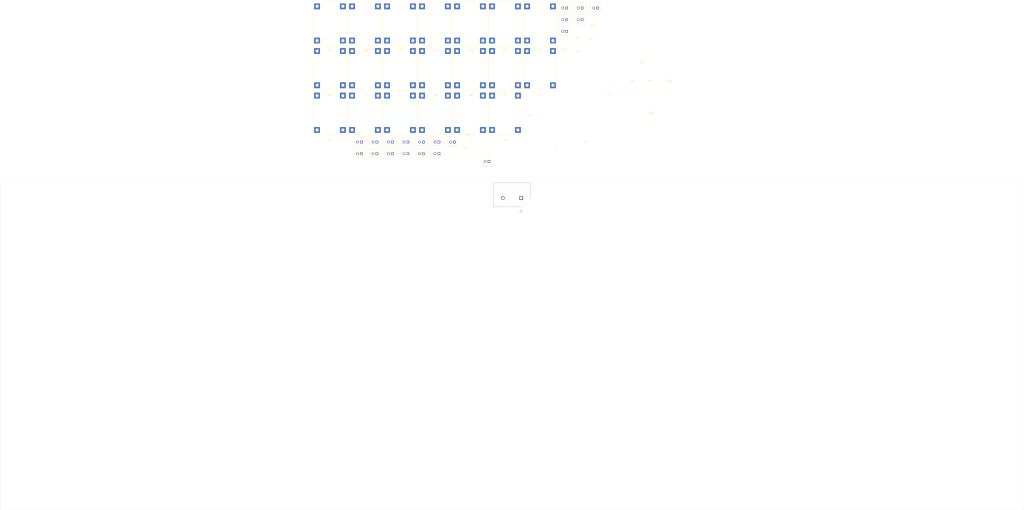
<source format=kicad_pcb>
(kicad_pcb (version 20171130) (host pcbnew 5.1.5-52549c5~84~ubuntu19.10.1)

  (general
    (thickness 1.6)
    (drawings 4)
    (tracks 0)
    (zones 0)
    (modules 61)
    (nets 43)
  )

  (page A2)
  (layers
    (0 F.Cu signal)
    (31 B.Cu signal)
    (32 B.Adhes user)
    (33 F.Adhes user)
    (34 B.Paste user)
    (35 F.Paste user)
    (36 B.SilkS user)
    (37 F.SilkS user)
    (38 B.Mask user)
    (39 F.Mask user)
    (40 Dwgs.User user)
    (41 Cmts.User user)
    (42 Eco1.User user)
    (43 Eco2.User user)
    (44 Edge.Cuts user)
    (45 Margin user)
    (46 B.CrtYd user)
    (47 F.CrtYd user)
    (48 B.Fab user)
    (49 F.Fab user)
  )

  (setup
    (last_trace_width 0.25)
    (trace_clearance 0.2)
    (zone_clearance 0.508)
    (zone_45_only no)
    (trace_min 0.2)
    (via_size 0.8)
    (via_drill 0.4)
    (via_min_size 0.4)
    (via_min_drill 0.3)
    (uvia_size 0.3)
    (uvia_drill 0.1)
    (uvias_allowed no)
    (uvia_min_size 0.2)
    (uvia_min_drill 0.1)
    (edge_width 0.05)
    (segment_width 0.2)
    (pcb_text_width 0.3)
    (pcb_text_size 1.5 1.5)
    (mod_edge_width 0.12)
    (mod_text_size 1 1)
    (mod_text_width 0.15)
    (pad_size 1.524 1.524)
    (pad_drill 0.762)
    (pad_to_mask_clearance 0.051)
    (solder_mask_min_width 0.25)
    (aux_axis_origin 0 0)
    (visible_elements FFFFFF7F)
    (pcbplotparams
      (layerselection 0x010fc_ffffffff)
      (usegerberextensions false)
      (usegerberattributes false)
      (usegerberadvancedattributes false)
      (creategerberjobfile false)
      (excludeedgelayer true)
      (linewidth 0.100000)
      (plotframeref false)
      (viasonmask false)
      (mode 1)
      (useauxorigin false)
      (hpglpennumber 1)
      (hpglpenspeed 20)
      (hpglpendiameter 15.000000)
      (psnegative false)
      (psa4output false)
      (plotreference true)
      (plotvalue true)
      (plotinvisibletext false)
      (padsonsilk false)
      (subtractmaskfromsilk false)
      (outputformat 1)
      (mirror false)
      (drillshape 1)
      (scaleselection 1)
      (outputdirectory ""))
  )

  (net 0 "")
  (net 1 /5V)
  (net 2 /GND)
  (net 3 "Net-(J2-Pad2)")
  (net 4 "Net-(J2-Pad1)")
  (net 5 "Net-(J3-Pad2)")
  (net 6 "Net-(J3-Pad1)")
  (net 7 "Net-(J4-Pad2)")
  (net 8 "Net-(J4-Pad1)")
  (net 9 "Net-(J5-Pad2)")
  (net 10 "Net-(J5-Pad1)")
  (net 11 "Net-(J6-Pad2)")
  (net 12 "Net-(J6-Pad1)")
  (net 13 "Net-(J7-Pad2)")
  (net 14 "Net-(J7-Pad1)")
  (net 15 "Net-(J8-Pad2)")
  (net 16 "Net-(J8-Pad1)")
  (net 17 "Net-(J9-Pad2)")
  (net 18 "Net-(J9-Pad1)")
  (net 19 "Net-(J10-Pad2)")
  (net 20 "Net-(J10-Pad1)")
  (net 21 "Net-(J11-Pad2)")
  (net 22 "Net-(J11-Pad1)")
  (net 23 "Net-(J12-Pad2)")
  (net 24 "Net-(J12-Pad1)")
  (net 25 "Net-(J13-Pad2)")
  (net 26 "Net-(J13-Pad1)")
  (net 27 "Net-(J14-Pad2)")
  (net 28 "Net-(J14-Pad1)")
  (net 29 "Net-(J15-Pad2)")
  (net 30 "Net-(J15-Pad1)")
  (net 31 "Net-(J16-Pad2)")
  (net 32 "Net-(J16-Pad1)")
  (net 33 "Net-(J17-Pad2)")
  (net 34 "Net-(J17-Pad1)")
  (net 35 "Net-(J18-Pad2)")
  (net 36 "Net-(J18-Pad1)")
  (net 37 "Net-(J19-Pad2)")
  (net 38 "Net-(J19-Pad1)")
  (net 39 "Net-(J20-Pad2)")
  (net 40 "Net-(J20-Pad1)")
  (net 41 "Net-(J21-Pad2)")
  (net 42 "Net-(J21-Pad1)")

  (net_class Default "This is the default net class."
    (clearance 0.2)
    (trace_width 0.25)
    (via_dia 0.8)
    (via_drill 0.4)
    (uvia_dia 0.3)
    (uvia_drill 0.1)
    (add_net /5V)
    (add_net /GND)
    (add_net "Net-(J10-Pad1)")
    (add_net "Net-(J10-Pad2)")
    (add_net "Net-(J11-Pad1)")
    (add_net "Net-(J11-Pad2)")
    (add_net "Net-(J12-Pad1)")
    (add_net "Net-(J12-Pad2)")
    (add_net "Net-(J13-Pad1)")
    (add_net "Net-(J13-Pad2)")
    (add_net "Net-(J14-Pad1)")
    (add_net "Net-(J14-Pad2)")
    (add_net "Net-(J15-Pad1)")
    (add_net "Net-(J15-Pad2)")
    (add_net "Net-(J16-Pad1)")
    (add_net "Net-(J16-Pad2)")
    (add_net "Net-(J17-Pad1)")
    (add_net "Net-(J17-Pad2)")
    (add_net "Net-(J18-Pad1)")
    (add_net "Net-(J18-Pad2)")
    (add_net "Net-(J19-Pad1)")
    (add_net "Net-(J19-Pad2)")
    (add_net "Net-(J2-Pad1)")
    (add_net "Net-(J2-Pad2)")
    (add_net "Net-(J20-Pad1)")
    (add_net "Net-(J20-Pad2)")
    (add_net "Net-(J21-Pad1)")
    (add_net "Net-(J21-Pad2)")
    (add_net "Net-(J3-Pad1)")
    (add_net "Net-(J3-Pad2)")
    (add_net "Net-(J4-Pad1)")
    (add_net "Net-(J4-Pad2)")
    (add_net "Net-(J5-Pad1)")
    (add_net "Net-(J5-Pad2)")
    (add_net "Net-(J6-Pad1)")
    (add_net "Net-(J6-Pad2)")
    (add_net "Net-(J7-Pad1)")
    (add_net "Net-(J7-Pad2)")
    (add_net "Net-(J8-Pad1)")
    (add_net "Net-(J8-Pad2)")
    (add_net "Net-(J9-Pad1)")
    (add_net "Net-(J9-Pad2)")
  )

  (module ext-charger:TP4056 (layer F.Cu) (tedit 5E67904C) (tstamp 5E7141EF)
    (at 290.290001 26.080001)
    (path /5E73EB23)
    (fp_text reference U20 (at 0.0762 13.843) (layer F.SilkS)
      (effects (font (size 1 1) (thickness 0.15)))
    )
    (fp_text value TP4056 (at 0 12.2682) (layer F.Fab)
      (effects (font (size 1 1) (thickness 0.15)))
    )
    (fp_line (start -8.5 11) (end -8.5 -11) (layer F.SilkS) (width 0.12))
    (fp_line (start 8.5 11) (end 8.5 -11) (layer F.SilkS) (width 0.12))
    (fp_line (start 8.5 -11) (end -8.5 -11) (layer F.SilkS) (width 0.12))
    (fp_line (start 8.5 11) (end -8.5 11) (layer F.SilkS) (width 0.12))
    (pad 3 thru_hole rect (at 6.6548 8.8646) (size 3 3) (drill 1.5) (layers *.Cu *.Mask)
      (net 42 "Net-(J21-Pad1)"))
    (pad 4 thru_hole rect (at -6.6802 8.8646) (size 3 3) (drill 1.5) (layers *.Cu *.Mask)
      (net 41 "Net-(J21-Pad2)"))
    (pad 2 thru_hole rect (at -6.6802 -8.8646) (size 3 3) (drill 1.5) (layers *.Cu *.Mask)
      (net 2 /GND))
    (pad 1 thru_hole rect (at 6.6548 -8.8646) (size 3 3) (drill 1.5) (layers *.Cu *.Mask)
      (net 1 /5V))
    (model ${KIPRJMOD}/models/TP4056.STEP
      (at (xyz 0 0 0))
      (scale (xyz 1 1 1))
      (rotate (xyz -90 0 90))
    )
  )

  (module ext-charger:TP4056 (layer F.Cu) (tedit 5E67904C) (tstamp 5E7141E3)
    (at 199.690001 49.200001)
    (path /5E73B99C)
    (fp_text reference U19 (at 0.0762 13.843) (layer F.SilkS)
      (effects (font (size 1 1) (thickness 0.15)))
    )
    (fp_text value TP4056 (at 0 12.2682) (layer F.Fab)
      (effects (font (size 1 1) (thickness 0.15)))
    )
    (fp_line (start -8.5 11) (end -8.5 -11) (layer F.SilkS) (width 0.12))
    (fp_line (start 8.5 11) (end 8.5 -11) (layer F.SilkS) (width 0.12))
    (fp_line (start 8.5 -11) (end -8.5 -11) (layer F.SilkS) (width 0.12))
    (fp_line (start 8.5 11) (end -8.5 11) (layer F.SilkS) (width 0.12))
    (pad 3 thru_hole rect (at 6.6548 8.8646) (size 3 3) (drill 1.5) (layers *.Cu *.Mask)
      (net 40 "Net-(J20-Pad1)"))
    (pad 4 thru_hole rect (at -6.6802 8.8646) (size 3 3) (drill 1.5) (layers *.Cu *.Mask)
      (net 39 "Net-(J20-Pad2)"))
    (pad 2 thru_hole rect (at -6.6802 -8.8646) (size 3 3) (drill 1.5) (layers *.Cu *.Mask)
      (net 2 /GND))
    (pad 1 thru_hole rect (at 6.6548 -8.8646) (size 3 3) (drill 1.5) (layers *.Cu *.Mask)
      (net 1 /5V))
    (model ${KIPRJMOD}/models/TP4056.STEP
      (at (xyz 0 0 0))
      (scale (xyz 1 1 1))
      (rotate (xyz -90 0 90))
    )
  )

  (module ext-charger:TP4056 (layer F.Cu) (tedit 5E67904C) (tstamp 5E7141D7)
    (at 217.810001 26.080001)
    (path /5E738E64)
    (fp_text reference U18 (at 0.0762 13.843) (layer F.SilkS)
      (effects (font (size 1 1) (thickness 0.15)))
    )
    (fp_text value TP4056 (at 0 12.2682) (layer F.Fab)
      (effects (font (size 1 1) (thickness 0.15)))
    )
    (fp_line (start -8.5 11) (end -8.5 -11) (layer F.SilkS) (width 0.12))
    (fp_line (start 8.5 11) (end 8.5 -11) (layer F.SilkS) (width 0.12))
    (fp_line (start 8.5 -11) (end -8.5 -11) (layer F.SilkS) (width 0.12))
    (fp_line (start 8.5 11) (end -8.5 11) (layer F.SilkS) (width 0.12))
    (pad 3 thru_hole rect (at 6.6548 8.8646) (size 3 3) (drill 1.5) (layers *.Cu *.Mask)
      (net 38 "Net-(J19-Pad1)"))
    (pad 4 thru_hole rect (at -6.6802 8.8646) (size 3 3) (drill 1.5) (layers *.Cu *.Mask)
      (net 37 "Net-(J19-Pad2)"))
    (pad 2 thru_hole rect (at -6.6802 -8.8646) (size 3 3) (drill 1.5) (layers *.Cu *.Mask)
      (net 2 /GND))
    (pad 1 thru_hole rect (at 6.6548 -8.8646) (size 3 3) (drill 1.5) (layers *.Cu *.Mask)
      (net 1 /5V))
    (model ${KIPRJMOD}/models/TP4056.STEP
      (at (xyz 0 0 0))
      (scale (xyz 1 1 1))
      (rotate (xyz -90 0 90))
    )
  )

  (module ext-charger:TP4056 (layer F.Cu) (tedit 5E67904C) (tstamp 5E7141CB)
    (at 199.690001 72.320001)
    (path /5E7363BD)
    (fp_text reference U17 (at 0.0762 13.843) (layer F.SilkS)
      (effects (font (size 1 1) (thickness 0.15)))
    )
    (fp_text value TP4056 (at 0 12.2682) (layer F.Fab)
      (effects (font (size 1 1) (thickness 0.15)))
    )
    (fp_line (start -8.5 11) (end -8.5 -11) (layer F.SilkS) (width 0.12))
    (fp_line (start 8.5 11) (end 8.5 -11) (layer F.SilkS) (width 0.12))
    (fp_line (start 8.5 -11) (end -8.5 -11) (layer F.SilkS) (width 0.12))
    (fp_line (start 8.5 11) (end -8.5 11) (layer F.SilkS) (width 0.12))
    (pad 3 thru_hole rect (at 6.6548 8.8646) (size 3 3) (drill 1.5) (layers *.Cu *.Mask)
      (net 36 "Net-(J18-Pad1)"))
    (pad 4 thru_hole rect (at -6.6802 8.8646) (size 3 3) (drill 1.5) (layers *.Cu *.Mask)
      (net 35 "Net-(J18-Pad2)"))
    (pad 2 thru_hole rect (at -6.6802 -8.8646) (size 3 3) (drill 1.5) (layers *.Cu *.Mask)
      (net 2 /GND))
    (pad 1 thru_hole rect (at 6.6548 -8.8646) (size 3 3) (drill 1.5) (layers *.Cu *.Mask)
      (net 1 /5V))
    (model ${KIPRJMOD}/models/TP4056.STEP
      (at (xyz 0 0 0))
      (scale (xyz 1 1 1))
      (rotate (xyz -90 0 90))
    )
  )

  (module ext-charger:TP4056 (layer F.Cu) (tedit 5E67904C) (tstamp 5E7141BF)
    (at 235.930001 26.080001)
    (path /5E731AD3)
    (fp_text reference U16 (at 0.0762 13.843) (layer F.SilkS)
      (effects (font (size 1 1) (thickness 0.15)))
    )
    (fp_text value TP4056 (at 0 12.2682) (layer F.Fab)
      (effects (font (size 1 1) (thickness 0.15)))
    )
    (fp_line (start -8.5 11) (end -8.5 -11) (layer F.SilkS) (width 0.12))
    (fp_line (start 8.5 11) (end 8.5 -11) (layer F.SilkS) (width 0.12))
    (fp_line (start 8.5 -11) (end -8.5 -11) (layer F.SilkS) (width 0.12))
    (fp_line (start 8.5 11) (end -8.5 11) (layer F.SilkS) (width 0.12))
    (pad 3 thru_hole rect (at 6.6548 8.8646) (size 3 3) (drill 1.5) (layers *.Cu *.Mask)
      (net 34 "Net-(J17-Pad1)"))
    (pad 4 thru_hole rect (at -6.6802 8.8646) (size 3 3) (drill 1.5) (layers *.Cu *.Mask)
      (net 33 "Net-(J17-Pad2)"))
    (pad 2 thru_hole rect (at -6.6802 -8.8646) (size 3 3) (drill 1.5) (layers *.Cu *.Mask)
      (net 2 /GND))
    (pad 1 thru_hole rect (at 6.6548 -8.8646) (size 3 3) (drill 1.5) (layers *.Cu *.Mask)
      (net 1 /5V))
    (model ${KIPRJMOD}/models/TP4056.STEP
      (at (xyz 0 0 0))
      (scale (xyz 1 1 1))
      (rotate (xyz -90 0 90))
    )
  )

  (module ext-charger:TP4056 (layer F.Cu) (tedit 5E67904C) (tstamp 5E7141B3)
    (at 217.810001 49.200001)
    (path /5E72F761)
    (fp_text reference U15 (at 0.0762 13.843) (layer F.SilkS)
      (effects (font (size 1 1) (thickness 0.15)))
    )
    (fp_text value TP4056 (at 0 12.2682) (layer F.Fab)
      (effects (font (size 1 1) (thickness 0.15)))
    )
    (fp_line (start -8.5 11) (end -8.5 -11) (layer F.SilkS) (width 0.12))
    (fp_line (start 8.5 11) (end 8.5 -11) (layer F.SilkS) (width 0.12))
    (fp_line (start 8.5 -11) (end -8.5 -11) (layer F.SilkS) (width 0.12))
    (fp_line (start 8.5 11) (end -8.5 11) (layer F.SilkS) (width 0.12))
    (pad 3 thru_hole rect (at 6.6548 8.8646) (size 3 3) (drill 1.5) (layers *.Cu *.Mask)
      (net 32 "Net-(J16-Pad1)"))
    (pad 4 thru_hole rect (at -6.6802 8.8646) (size 3 3) (drill 1.5) (layers *.Cu *.Mask)
      (net 31 "Net-(J16-Pad2)"))
    (pad 2 thru_hole rect (at -6.6802 -8.8646) (size 3 3) (drill 1.5) (layers *.Cu *.Mask)
      (net 2 /GND))
    (pad 1 thru_hole rect (at 6.6548 -8.8646) (size 3 3) (drill 1.5) (layers *.Cu *.Mask)
      (net 1 /5V))
    (model ${KIPRJMOD}/models/TP4056.STEP
      (at (xyz 0 0 0))
      (scale (xyz 1 1 1))
      (rotate (xyz -90 0 90))
    )
  )

  (module ext-charger:TP4056 (layer F.Cu) (tedit 5E67904C) (tstamp 5E7141A7)
    (at 235.930001 49.200001)
    (path /5E72BB2C)
    (fp_text reference U14 (at 0.0762 13.843) (layer F.SilkS)
      (effects (font (size 1 1) (thickness 0.15)))
    )
    (fp_text value TP4056 (at 0 12.2682) (layer F.Fab)
      (effects (font (size 1 1) (thickness 0.15)))
    )
    (fp_line (start -8.5 11) (end -8.5 -11) (layer F.SilkS) (width 0.12))
    (fp_line (start 8.5 11) (end 8.5 -11) (layer F.SilkS) (width 0.12))
    (fp_line (start 8.5 -11) (end -8.5 -11) (layer F.SilkS) (width 0.12))
    (fp_line (start 8.5 11) (end -8.5 11) (layer F.SilkS) (width 0.12))
    (pad 3 thru_hole rect (at 6.6548 8.8646) (size 3 3) (drill 1.5) (layers *.Cu *.Mask)
      (net 30 "Net-(J15-Pad1)"))
    (pad 4 thru_hole rect (at -6.6802 8.8646) (size 3 3) (drill 1.5) (layers *.Cu *.Mask)
      (net 29 "Net-(J15-Pad2)"))
    (pad 2 thru_hole rect (at -6.6802 -8.8646) (size 3 3) (drill 1.5) (layers *.Cu *.Mask)
      (net 2 /GND))
    (pad 1 thru_hole rect (at 6.6548 -8.8646) (size 3 3) (drill 1.5) (layers *.Cu *.Mask)
      (net 1 /5V))
    (model ${KIPRJMOD}/models/TP4056.STEP
      (at (xyz 0 0 0))
      (scale (xyz 1 1 1))
      (rotate (xyz -90 0 90))
    )
  )

  (module ext-charger:TP4056 (layer F.Cu) (tedit 5E67904C) (tstamp 5E71419B)
    (at 217.810001 72.320001)
    (path /5E727C7D)
    (fp_text reference U13 (at 0.0762 13.843) (layer F.SilkS)
      (effects (font (size 1 1) (thickness 0.15)))
    )
    (fp_text value TP4056 (at 0 12.2682) (layer F.Fab)
      (effects (font (size 1 1) (thickness 0.15)))
    )
    (fp_line (start -8.5 11) (end -8.5 -11) (layer F.SilkS) (width 0.12))
    (fp_line (start 8.5 11) (end 8.5 -11) (layer F.SilkS) (width 0.12))
    (fp_line (start 8.5 -11) (end -8.5 -11) (layer F.SilkS) (width 0.12))
    (fp_line (start 8.5 11) (end -8.5 11) (layer F.SilkS) (width 0.12))
    (pad 3 thru_hole rect (at 6.6548 8.8646) (size 3 3) (drill 1.5) (layers *.Cu *.Mask)
      (net 28 "Net-(J14-Pad1)"))
    (pad 4 thru_hole rect (at -6.6802 8.8646) (size 3 3) (drill 1.5) (layers *.Cu *.Mask)
      (net 27 "Net-(J14-Pad2)"))
    (pad 2 thru_hole rect (at -6.6802 -8.8646) (size 3 3) (drill 1.5) (layers *.Cu *.Mask)
      (net 2 /GND))
    (pad 1 thru_hole rect (at 6.6548 -8.8646) (size 3 3) (drill 1.5) (layers *.Cu *.Mask)
      (net 1 /5V))
    (model ${KIPRJMOD}/models/TP4056.STEP
      (at (xyz 0 0 0))
      (scale (xyz 1 1 1))
      (rotate (xyz -90 0 90))
    )
  )

  (module ext-charger:TP4056 (layer F.Cu) (tedit 5E67904C) (tstamp 5E71418F)
    (at 254.050001 26.080001)
    (path /5E726277)
    (fp_text reference U12 (at 0.0762 13.843) (layer F.SilkS)
      (effects (font (size 1 1) (thickness 0.15)))
    )
    (fp_text value TP4056 (at 0 12.2682) (layer F.Fab)
      (effects (font (size 1 1) (thickness 0.15)))
    )
    (fp_line (start -8.5 11) (end -8.5 -11) (layer F.SilkS) (width 0.12))
    (fp_line (start 8.5 11) (end 8.5 -11) (layer F.SilkS) (width 0.12))
    (fp_line (start 8.5 -11) (end -8.5 -11) (layer F.SilkS) (width 0.12))
    (fp_line (start 8.5 11) (end -8.5 11) (layer F.SilkS) (width 0.12))
    (pad 3 thru_hole rect (at 6.6548 8.8646) (size 3 3) (drill 1.5) (layers *.Cu *.Mask)
      (net 26 "Net-(J13-Pad1)"))
    (pad 4 thru_hole rect (at -6.6802 8.8646) (size 3 3) (drill 1.5) (layers *.Cu *.Mask)
      (net 25 "Net-(J13-Pad2)"))
    (pad 2 thru_hole rect (at -6.6802 -8.8646) (size 3 3) (drill 1.5) (layers *.Cu *.Mask)
      (net 2 /GND))
    (pad 1 thru_hole rect (at 6.6548 -8.8646) (size 3 3) (drill 1.5) (layers *.Cu *.Mask)
      (net 1 /5V))
    (model ${KIPRJMOD}/models/TP4056.STEP
      (at (xyz 0 0 0))
      (scale (xyz 1 1 1))
      (rotate (xyz -90 0 90))
    )
  )

  (module ext-charger:TP4056 (layer F.Cu) (tedit 5E67904C) (tstamp 5E714183)
    (at 235.930001 72.320001)
    (path /5E724998)
    (fp_text reference U11 (at 0.0762 13.843) (layer F.SilkS)
      (effects (font (size 1 1) (thickness 0.15)))
    )
    (fp_text value TP4056 (at 0 12.2682) (layer F.Fab)
      (effects (font (size 1 1) (thickness 0.15)))
    )
    (fp_line (start -8.5 11) (end -8.5 -11) (layer F.SilkS) (width 0.12))
    (fp_line (start 8.5 11) (end 8.5 -11) (layer F.SilkS) (width 0.12))
    (fp_line (start 8.5 -11) (end -8.5 -11) (layer F.SilkS) (width 0.12))
    (fp_line (start 8.5 11) (end -8.5 11) (layer F.SilkS) (width 0.12))
    (pad 3 thru_hole rect (at 6.6548 8.8646) (size 3 3) (drill 1.5) (layers *.Cu *.Mask)
      (net 24 "Net-(J12-Pad1)"))
    (pad 4 thru_hole rect (at -6.6802 8.8646) (size 3 3) (drill 1.5) (layers *.Cu *.Mask)
      (net 23 "Net-(J12-Pad2)"))
    (pad 2 thru_hole rect (at -6.6802 -8.8646) (size 3 3) (drill 1.5) (layers *.Cu *.Mask)
      (net 2 /GND))
    (pad 1 thru_hole rect (at 6.6548 -8.8646) (size 3 3) (drill 1.5) (layers *.Cu *.Mask)
      (net 1 /5V))
    (model ${KIPRJMOD}/models/TP4056.STEP
      (at (xyz 0 0 0))
      (scale (xyz 1 1 1))
      (rotate (xyz -90 0 90))
    )
  )

  (module ext-charger:TP4056 (layer F.Cu) (tedit 5E67904C) (tstamp 5E714177)
    (at 272.170001 26.080001)
    (path /5E721F8A)
    (fp_text reference U10 (at 0.0762 13.843) (layer F.SilkS)
      (effects (font (size 1 1) (thickness 0.15)))
    )
    (fp_text value TP4056 (at 0 12.2682) (layer F.Fab)
      (effects (font (size 1 1) (thickness 0.15)))
    )
    (fp_line (start -8.5 11) (end -8.5 -11) (layer F.SilkS) (width 0.12))
    (fp_line (start 8.5 11) (end 8.5 -11) (layer F.SilkS) (width 0.12))
    (fp_line (start 8.5 -11) (end -8.5 -11) (layer F.SilkS) (width 0.12))
    (fp_line (start 8.5 11) (end -8.5 11) (layer F.SilkS) (width 0.12))
    (pad 3 thru_hole rect (at 6.6548 8.8646) (size 3 3) (drill 1.5) (layers *.Cu *.Mask)
      (net 22 "Net-(J11-Pad1)"))
    (pad 4 thru_hole rect (at -6.6802 8.8646) (size 3 3) (drill 1.5) (layers *.Cu *.Mask)
      (net 21 "Net-(J11-Pad2)"))
    (pad 2 thru_hole rect (at -6.6802 -8.8646) (size 3 3) (drill 1.5) (layers *.Cu *.Mask)
      (net 2 /GND))
    (pad 1 thru_hole rect (at 6.6548 -8.8646) (size 3 3) (drill 1.5) (layers *.Cu *.Mask)
      (net 1 /5V))
    (model ${KIPRJMOD}/models/TP4056.STEP
      (at (xyz 0 0 0))
      (scale (xyz 1 1 1))
      (rotate (xyz -90 0 90))
    )
  )

  (module ext-charger:TP4056 (layer F.Cu) (tedit 5E67904C) (tstamp 5E71416B)
    (at 254.050001 49.200001)
    (path /5E720E10)
    (fp_text reference U9 (at 0.0762 13.843) (layer F.SilkS)
      (effects (font (size 1 1) (thickness 0.15)))
    )
    (fp_text value TP4056 (at 0 12.2682) (layer F.Fab)
      (effects (font (size 1 1) (thickness 0.15)))
    )
    (fp_line (start -8.5 11) (end -8.5 -11) (layer F.SilkS) (width 0.12))
    (fp_line (start 8.5 11) (end 8.5 -11) (layer F.SilkS) (width 0.12))
    (fp_line (start 8.5 -11) (end -8.5 -11) (layer F.SilkS) (width 0.12))
    (fp_line (start 8.5 11) (end -8.5 11) (layer F.SilkS) (width 0.12))
    (pad 3 thru_hole rect (at 6.6548 8.8646) (size 3 3) (drill 1.5) (layers *.Cu *.Mask)
      (net 20 "Net-(J10-Pad1)"))
    (pad 4 thru_hole rect (at -6.6802 8.8646) (size 3 3) (drill 1.5) (layers *.Cu *.Mask)
      (net 19 "Net-(J10-Pad2)"))
    (pad 2 thru_hole rect (at -6.6802 -8.8646) (size 3 3) (drill 1.5) (layers *.Cu *.Mask)
      (net 2 /GND))
    (pad 1 thru_hole rect (at 6.6548 -8.8646) (size 3 3) (drill 1.5) (layers *.Cu *.Mask)
      (net 1 /5V))
    (model ${KIPRJMOD}/models/TP4056.STEP
      (at (xyz 0 0 0))
      (scale (xyz 1 1 1))
      (rotate (xyz -90 0 90))
    )
  )

  (module ext-charger:TP4056 (layer F.Cu) (tedit 5E67904C) (tstamp 5E71415F)
    (at 272.170001 49.200001)
    (path /5E71FACC)
    (fp_text reference U8 (at 0.0762 13.843) (layer F.SilkS)
      (effects (font (size 1 1) (thickness 0.15)))
    )
    (fp_text value TP4056 (at 0 12.2682) (layer F.Fab)
      (effects (font (size 1 1) (thickness 0.15)))
    )
    (fp_line (start -8.5 11) (end -8.5 -11) (layer F.SilkS) (width 0.12))
    (fp_line (start 8.5 11) (end 8.5 -11) (layer F.SilkS) (width 0.12))
    (fp_line (start 8.5 -11) (end -8.5 -11) (layer F.SilkS) (width 0.12))
    (fp_line (start 8.5 11) (end -8.5 11) (layer F.SilkS) (width 0.12))
    (pad 3 thru_hole rect (at 6.6548 8.8646) (size 3 3) (drill 1.5) (layers *.Cu *.Mask)
      (net 18 "Net-(J9-Pad1)"))
    (pad 4 thru_hole rect (at -6.6802 8.8646) (size 3 3) (drill 1.5) (layers *.Cu *.Mask)
      (net 17 "Net-(J9-Pad2)"))
    (pad 2 thru_hole rect (at -6.6802 -8.8646) (size 3 3) (drill 1.5) (layers *.Cu *.Mask)
      (net 2 /GND))
    (pad 1 thru_hole rect (at 6.6548 -8.8646) (size 3 3) (drill 1.5) (layers *.Cu *.Mask)
      (net 1 /5V))
    (model ${KIPRJMOD}/models/TP4056.STEP
      (at (xyz 0 0 0))
      (scale (xyz 1 1 1))
      (rotate (xyz -90 0 90))
    )
  )

  (module ext-charger:TP4056 (layer F.Cu) (tedit 5E67904C) (tstamp 5E714153)
    (at 254.050001 72.320001)
    (path /5E71EC3C)
    (fp_text reference U7 (at 0.0762 13.843) (layer F.SilkS)
      (effects (font (size 1 1) (thickness 0.15)))
    )
    (fp_text value TP4056 (at 0 12.2682) (layer F.Fab)
      (effects (font (size 1 1) (thickness 0.15)))
    )
    (fp_line (start -8.5 11) (end -8.5 -11) (layer F.SilkS) (width 0.12))
    (fp_line (start 8.5 11) (end 8.5 -11) (layer F.SilkS) (width 0.12))
    (fp_line (start 8.5 -11) (end -8.5 -11) (layer F.SilkS) (width 0.12))
    (fp_line (start 8.5 11) (end -8.5 11) (layer F.SilkS) (width 0.12))
    (pad 3 thru_hole rect (at 6.6548 8.8646) (size 3 3) (drill 1.5) (layers *.Cu *.Mask)
      (net 16 "Net-(J8-Pad1)"))
    (pad 4 thru_hole rect (at -6.6802 8.8646) (size 3 3) (drill 1.5) (layers *.Cu *.Mask)
      (net 15 "Net-(J8-Pad2)"))
    (pad 2 thru_hole rect (at -6.6802 -8.8646) (size 3 3) (drill 1.5) (layers *.Cu *.Mask)
      (net 2 /GND))
    (pad 1 thru_hole rect (at 6.6548 -8.8646) (size 3 3) (drill 1.5) (layers *.Cu *.Mask)
      (net 1 /5V))
    (model ${KIPRJMOD}/models/TP4056.STEP
      (at (xyz 0 0 0))
      (scale (xyz 1 1 1))
      (rotate (xyz -90 0 90))
    )
  )

  (module ext-charger:TP4056 (layer F.Cu) (tedit 5E67904C) (tstamp 5E714147)
    (at 290.290001 72.320001)
    (path /5E71D231)
    (fp_text reference U6 (at 0.0762 13.843) (layer F.SilkS)
      (effects (font (size 1 1) (thickness 0.15)))
    )
    (fp_text value TP4056 (at 0 12.2682) (layer F.Fab)
      (effects (font (size 1 1) (thickness 0.15)))
    )
    (fp_line (start -8.5 11) (end -8.5 -11) (layer F.SilkS) (width 0.12))
    (fp_line (start 8.5 11) (end 8.5 -11) (layer F.SilkS) (width 0.12))
    (fp_line (start 8.5 -11) (end -8.5 -11) (layer F.SilkS) (width 0.12))
    (fp_line (start 8.5 11) (end -8.5 11) (layer F.SilkS) (width 0.12))
    (pad 3 thru_hole rect (at 6.6548 8.8646) (size 3 3) (drill 1.5) (layers *.Cu *.Mask)
      (net 14 "Net-(J7-Pad1)"))
    (pad 4 thru_hole rect (at -6.6802 8.8646) (size 3 3) (drill 1.5) (layers *.Cu *.Mask)
      (net 13 "Net-(J7-Pad2)"))
    (pad 2 thru_hole rect (at -6.6802 -8.8646) (size 3 3) (drill 1.5) (layers *.Cu *.Mask)
      (net 2 /GND))
    (pad 1 thru_hole rect (at 6.6548 -8.8646) (size 3 3) (drill 1.5) (layers *.Cu *.Mask)
      (net 1 /5V))
    (model ${KIPRJMOD}/models/TP4056.STEP
      (at (xyz 0 0 0))
      (scale (xyz 1 1 1))
      (rotate (xyz -90 0 90))
    )
  )

  (module ext-charger:TP4056 (layer F.Cu) (tedit 5E67904C) (tstamp 5E71413B)
    (at 199.690001 26.080001)
    (path /5E71C6C8)
    (fp_text reference U5 (at 0.0762 13.843) (layer F.SilkS)
      (effects (font (size 1 1) (thickness 0.15)))
    )
    (fp_text value TP4056 (at 0 12.2682) (layer F.Fab)
      (effects (font (size 1 1) (thickness 0.15)))
    )
    (fp_line (start -8.5 11) (end -8.5 -11) (layer F.SilkS) (width 0.12))
    (fp_line (start 8.5 11) (end 8.5 -11) (layer F.SilkS) (width 0.12))
    (fp_line (start 8.5 -11) (end -8.5 -11) (layer F.SilkS) (width 0.12))
    (fp_line (start 8.5 11) (end -8.5 11) (layer F.SilkS) (width 0.12))
    (pad 3 thru_hole rect (at 6.6548 8.8646) (size 3 3) (drill 1.5) (layers *.Cu *.Mask)
      (net 12 "Net-(J6-Pad1)"))
    (pad 4 thru_hole rect (at -6.6802 8.8646) (size 3 3) (drill 1.5) (layers *.Cu *.Mask)
      (net 11 "Net-(J6-Pad2)"))
    (pad 2 thru_hole rect (at -6.6802 -8.8646) (size 3 3) (drill 1.5) (layers *.Cu *.Mask)
      (net 2 /GND))
    (pad 1 thru_hole rect (at 6.6548 -8.8646) (size 3 3) (drill 1.5) (layers *.Cu *.Mask)
      (net 1 /5V))
    (model ${KIPRJMOD}/models/TP4056.STEP
      (at (xyz 0 0 0))
      (scale (xyz 1 1 1))
      (rotate (xyz -90 0 90))
    )
  )

  (module ext-charger:TP4056 (layer F.Cu) (tedit 5E67904C) (tstamp 5E71412F)
    (at 272.170001 72.320001)
    (path /5E71BBF3)
    (fp_text reference U4 (at 0.0762 13.843) (layer F.SilkS)
      (effects (font (size 1 1) (thickness 0.15)))
    )
    (fp_text value TP4056 (at 0 12.2682) (layer F.Fab)
      (effects (font (size 1 1) (thickness 0.15)))
    )
    (fp_line (start -8.5 11) (end -8.5 -11) (layer F.SilkS) (width 0.12))
    (fp_line (start 8.5 11) (end 8.5 -11) (layer F.SilkS) (width 0.12))
    (fp_line (start 8.5 -11) (end -8.5 -11) (layer F.SilkS) (width 0.12))
    (fp_line (start 8.5 11) (end -8.5 11) (layer F.SilkS) (width 0.12))
    (pad 3 thru_hole rect (at 6.6548 8.8646) (size 3 3) (drill 1.5) (layers *.Cu *.Mask)
      (net 10 "Net-(J5-Pad1)"))
    (pad 4 thru_hole rect (at -6.6802 8.8646) (size 3 3) (drill 1.5) (layers *.Cu *.Mask)
      (net 9 "Net-(J5-Pad2)"))
    (pad 2 thru_hole rect (at -6.6802 -8.8646) (size 3 3) (drill 1.5) (layers *.Cu *.Mask)
      (net 2 /GND))
    (pad 1 thru_hole rect (at 6.6548 -8.8646) (size 3 3) (drill 1.5) (layers *.Cu *.Mask)
      (net 1 /5V))
    (model ${KIPRJMOD}/models/TP4056.STEP
      (at (xyz 0 0 0))
      (scale (xyz 1 1 1))
      (rotate (xyz -90 0 90))
    )
  )

  (module ext-charger:TP4056 (layer F.Cu) (tedit 5E67904C) (tstamp 5E714123)
    (at 308.410001 26.080001)
    (path /5E71ADC8)
    (fp_text reference U3 (at 0.0762 13.843) (layer F.SilkS)
      (effects (font (size 1 1) (thickness 0.15)))
    )
    (fp_text value TP4056 (at 0 12.2682) (layer F.Fab)
      (effects (font (size 1 1) (thickness 0.15)))
    )
    (fp_line (start -8.5 11) (end -8.5 -11) (layer F.SilkS) (width 0.12))
    (fp_line (start 8.5 11) (end 8.5 -11) (layer F.SilkS) (width 0.12))
    (fp_line (start 8.5 -11) (end -8.5 -11) (layer F.SilkS) (width 0.12))
    (fp_line (start 8.5 11) (end -8.5 11) (layer F.SilkS) (width 0.12))
    (pad 3 thru_hole rect (at 6.6548 8.8646) (size 3 3) (drill 1.5) (layers *.Cu *.Mask)
      (net 8 "Net-(J4-Pad1)"))
    (pad 4 thru_hole rect (at -6.6802 8.8646) (size 3 3) (drill 1.5) (layers *.Cu *.Mask)
      (net 7 "Net-(J4-Pad2)"))
    (pad 2 thru_hole rect (at -6.6802 -8.8646) (size 3 3) (drill 1.5) (layers *.Cu *.Mask)
      (net 2 /GND))
    (pad 1 thru_hole rect (at 6.6548 -8.8646) (size 3 3) (drill 1.5) (layers *.Cu *.Mask)
      (net 1 /5V))
    (model ${KIPRJMOD}/models/TP4056.STEP
      (at (xyz 0 0 0))
      (scale (xyz 1 1 1))
      (rotate (xyz -90 0 90))
    )
  )

  (module ext-charger:TP4056 (layer F.Cu) (tedit 5E67904C) (tstamp 5E714117)
    (at 290.290001 49.200001)
    (path /5E719F9D)
    (fp_text reference U2 (at 0.0762 13.843) (layer F.SilkS)
      (effects (font (size 1 1) (thickness 0.15)))
    )
    (fp_text value TP4056 (at 0 12.2682) (layer F.Fab)
      (effects (font (size 1 1) (thickness 0.15)))
    )
    (fp_line (start -8.5 11) (end -8.5 -11) (layer F.SilkS) (width 0.12))
    (fp_line (start 8.5 11) (end 8.5 -11) (layer F.SilkS) (width 0.12))
    (fp_line (start 8.5 -11) (end -8.5 -11) (layer F.SilkS) (width 0.12))
    (fp_line (start 8.5 11) (end -8.5 11) (layer F.SilkS) (width 0.12))
    (pad 3 thru_hole rect (at 6.6548 8.8646) (size 3 3) (drill 1.5) (layers *.Cu *.Mask)
      (net 6 "Net-(J3-Pad1)"))
    (pad 4 thru_hole rect (at -6.6802 8.8646) (size 3 3) (drill 1.5) (layers *.Cu *.Mask)
      (net 5 "Net-(J3-Pad2)"))
    (pad 2 thru_hole rect (at -6.6802 -8.8646) (size 3 3) (drill 1.5) (layers *.Cu *.Mask)
      (net 2 /GND))
    (pad 1 thru_hole rect (at 6.6548 -8.8646) (size 3 3) (drill 1.5) (layers *.Cu *.Mask)
      (net 1 /5V))
    (model ${KIPRJMOD}/models/TP4056.STEP
      (at (xyz 0 0 0))
      (scale (xyz 1 1 1))
      (rotate (xyz -90 0 90))
    )
  )

  (module ext-charger:TP4056 (layer F.Cu) (tedit 5E67904C) (tstamp 5E71410B)
    (at 308.410001 49.200001)
    (path /5E710BEC)
    (fp_text reference U1 (at 0.0762 13.843) (layer F.SilkS)
      (effects (font (size 1 1) (thickness 0.15)))
    )
    (fp_text value TP4056 (at 0 12.2682) (layer F.Fab)
      (effects (font (size 1 1) (thickness 0.15)))
    )
    (fp_line (start -8.5 11) (end -8.5 -11) (layer F.SilkS) (width 0.12))
    (fp_line (start 8.5 11) (end 8.5 -11) (layer F.SilkS) (width 0.12))
    (fp_line (start 8.5 -11) (end -8.5 -11) (layer F.SilkS) (width 0.12))
    (fp_line (start 8.5 11) (end -8.5 11) (layer F.SilkS) (width 0.12))
    (pad 3 thru_hole rect (at 6.6548 8.8646) (size 3 3) (drill 1.5) (layers *.Cu *.Mask)
      (net 4 "Net-(J2-Pad1)"))
    (pad 4 thru_hole rect (at -6.6802 8.8646) (size 3 3) (drill 1.5) (layers *.Cu *.Mask)
      (net 3 "Net-(J2-Pad2)"))
    (pad 2 thru_hole rect (at -6.6802 -8.8646) (size 3 3) (drill 1.5) (layers *.Cu *.Mask)
      (net 2 /GND))
    (pad 1 thru_hole rect (at 6.6548 -8.8646) (size 3 3) (drill 1.5) (layers *.Cu *.Mask)
      (net 1 /5V))
    (model ${KIPRJMOD}/models/TP4056.STEP
      (at (xyz 0 0 0))
      (scale (xyz 1 1 1))
      (rotate (xyz -90 0 90))
    )
  )

  (module ext-charger:JST_B2B-PH-K-S (layer F.Cu) (tedit 5E70EAE3) (tstamp 5E7140FF)
    (at 337.235001 17.545001)
    (path /5E73EB29)
    (fp_text reference J21 (at -0.660995 -3.112685) (layer F.SilkS)
      (effects (font (size 0.801205 0.801205) (thickness 0.015)))
    )
    (fp_text value B2B-PH-K-S (at 0.0254 3.7846) (layer F.Fab)
      (effects (font (size 0.800339 0.800339) (thickness 0.015)))
    )
    (fp_circle (center 3.6 0.5) (end 3.7 0.5) (layer F.Fab) (width 0.2))
    (fp_circle (center 3.6 0.5) (end 3.7 0.5) (layer F.SilkS) (width 0.2))
    (fp_line (start 3.2 2.5) (end -3.2 2.5) (layer F.CrtYd) (width 0.05))
    (fp_line (start 3.2 -2.5) (end 3.2 2.5) (layer F.CrtYd) (width 0.05))
    (fp_line (start -3.2 -2.5) (end 3.2 -2.5) (layer F.CrtYd) (width 0.05))
    (fp_line (start -3.2 2.5) (end -3.2 -2.5) (layer F.CrtYd) (width 0.05))
    (fp_line (start -2.95 2.25) (end -2.95 -2.25) (layer F.SilkS) (width 0.127))
    (fp_line (start 2.95 2.25) (end -2.95 2.25) (layer F.SilkS) (width 0.127))
    (fp_line (start 2.95 -2.25) (end 2.95 2.25) (layer F.SilkS) (width 0.127))
    (fp_line (start -2.95 -2.25) (end 2.95 -2.25) (layer F.SilkS) (width 0.127))
    (fp_line (start 2.95 2.25) (end -2.95 2.25) (layer F.Fab) (width 0.127))
    (fp_line (start 2.95 -2.25) (end 2.95 2.25) (layer F.Fab) (width 0.127))
    (fp_line (start -2.95 -2.25) (end 2.95 -2.25) (layer F.Fab) (width 0.127))
    (fp_line (start -2.95 2.25) (end -2.95 -2.25) (layer F.Fab) (width 0.127))
    (pad 2 thru_hole circle (at -1 0.55) (size 1.368 1.368) (drill 0.86) (layers *.Cu *.Mask)
      (net 41 "Net-(J21-Pad2)"))
    (pad 1 thru_hole rect (at 1 0.55) (size 1.368 1.368) (drill 0.86) (layers *.Cu *.Mask)
      (net 42 "Net-(J21-Pad1)"))
    (model ${KIPRJMOD}/models/B2B-PH-K-S.STEP
      (offset (xyz 0 0 3))
      (scale (xyz 1 1 1))
      (rotate (xyz -90 0 0))
    )
  )

  (module ext-charger:JST_B2B-PH-K-S (layer F.Cu) (tedit 5E70EAE3) (tstamp 5E7140EB)
    (at 321.195001 29.645001)
    (path /5E73B9A2)
    (fp_text reference J20 (at -0.660995 -3.112685) (layer F.SilkS)
      (effects (font (size 0.801205 0.801205) (thickness 0.015)))
    )
    (fp_text value B2B-PH-K-S (at 0.0254 3.7846) (layer F.Fab)
      (effects (font (size 0.800339 0.800339) (thickness 0.015)))
    )
    (fp_circle (center 3.6 0.5) (end 3.7 0.5) (layer F.Fab) (width 0.2))
    (fp_circle (center 3.6 0.5) (end 3.7 0.5) (layer F.SilkS) (width 0.2))
    (fp_line (start 3.2 2.5) (end -3.2 2.5) (layer F.CrtYd) (width 0.05))
    (fp_line (start 3.2 -2.5) (end 3.2 2.5) (layer F.CrtYd) (width 0.05))
    (fp_line (start -3.2 -2.5) (end 3.2 -2.5) (layer F.CrtYd) (width 0.05))
    (fp_line (start -3.2 2.5) (end -3.2 -2.5) (layer F.CrtYd) (width 0.05))
    (fp_line (start -2.95 2.25) (end -2.95 -2.25) (layer F.SilkS) (width 0.127))
    (fp_line (start 2.95 2.25) (end -2.95 2.25) (layer F.SilkS) (width 0.127))
    (fp_line (start 2.95 -2.25) (end 2.95 2.25) (layer F.SilkS) (width 0.127))
    (fp_line (start -2.95 -2.25) (end 2.95 -2.25) (layer F.SilkS) (width 0.127))
    (fp_line (start 2.95 2.25) (end -2.95 2.25) (layer F.Fab) (width 0.127))
    (fp_line (start 2.95 -2.25) (end 2.95 2.25) (layer F.Fab) (width 0.127))
    (fp_line (start -2.95 -2.25) (end 2.95 -2.25) (layer F.Fab) (width 0.127))
    (fp_line (start -2.95 2.25) (end -2.95 -2.25) (layer F.Fab) (width 0.127))
    (pad 2 thru_hole circle (at -1 0.55) (size 1.368 1.368) (drill 0.86) (layers *.Cu *.Mask)
      (net 39 "Net-(J20-Pad2)"))
    (pad 1 thru_hole rect (at 1 0.55) (size 1.368 1.368) (drill 0.86) (layers *.Cu *.Mask)
      (net 40 "Net-(J20-Pad1)"))
    (model ${KIPRJMOD}/models/B2B-PH-K-S.STEP
      (offset (xyz 0 0 3))
      (scale (xyz 1 1 1))
      (rotate (xyz -90 0 0))
    )
  )

  (module ext-charger:JST_B2B-PH-K-S (layer F.Cu) (tedit 5E70EAE3) (tstamp 5E7140D7)
    (at 329.215001 23.595001)
    (path /5E738E6A)
    (fp_text reference J19 (at -0.660995 -3.112685) (layer F.SilkS)
      (effects (font (size 0.801205 0.801205) (thickness 0.015)))
    )
    (fp_text value B2B-PH-K-S (at 0.0254 3.7846) (layer F.Fab)
      (effects (font (size 0.800339 0.800339) (thickness 0.015)))
    )
    (fp_circle (center 3.6 0.5) (end 3.7 0.5) (layer F.Fab) (width 0.2))
    (fp_circle (center 3.6 0.5) (end 3.7 0.5) (layer F.SilkS) (width 0.2))
    (fp_line (start 3.2 2.5) (end -3.2 2.5) (layer F.CrtYd) (width 0.05))
    (fp_line (start 3.2 -2.5) (end 3.2 2.5) (layer F.CrtYd) (width 0.05))
    (fp_line (start -3.2 -2.5) (end 3.2 -2.5) (layer F.CrtYd) (width 0.05))
    (fp_line (start -3.2 2.5) (end -3.2 -2.5) (layer F.CrtYd) (width 0.05))
    (fp_line (start -2.95 2.25) (end -2.95 -2.25) (layer F.SilkS) (width 0.127))
    (fp_line (start 2.95 2.25) (end -2.95 2.25) (layer F.SilkS) (width 0.127))
    (fp_line (start 2.95 -2.25) (end 2.95 2.25) (layer F.SilkS) (width 0.127))
    (fp_line (start -2.95 -2.25) (end 2.95 -2.25) (layer F.SilkS) (width 0.127))
    (fp_line (start 2.95 2.25) (end -2.95 2.25) (layer F.Fab) (width 0.127))
    (fp_line (start 2.95 -2.25) (end 2.95 2.25) (layer F.Fab) (width 0.127))
    (fp_line (start -2.95 -2.25) (end 2.95 -2.25) (layer F.Fab) (width 0.127))
    (fp_line (start -2.95 2.25) (end -2.95 -2.25) (layer F.Fab) (width 0.127))
    (pad 2 thru_hole circle (at -1 0.55) (size 1.368 1.368) (drill 0.86) (layers *.Cu *.Mask)
      (net 37 "Net-(J19-Pad2)"))
    (pad 1 thru_hole rect (at 1 0.55) (size 1.368 1.368) (drill 0.86) (layers *.Cu *.Mask)
      (net 38 "Net-(J19-Pad1)"))
    (model ${KIPRJMOD}/models/B2B-PH-K-S.STEP
      (offset (xyz 0 0 3))
      (scale (xyz 1 1 1))
      (rotate (xyz -90 0 0))
    )
  )

  (module ext-charger:JST_B2B-PH-K-S (layer F.Cu) (tedit 5E70EAE3) (tstamp 5E7140C3)
    (at 281 97)
    (path /5E7363C3)
    (fp_text reference J18 (at -0.660995 -3.112685) (layer F.SilkS)
      (effects (font (size 0.801205 0.801205) (thickness 0.015)))
    )
    (fp_text value B2B-PH-K-S (at 0.0254 3.7846) (layer F.Fab)
      (effects (font (size 0.800339 0.800339) (thickness 0.015)))
    )
    (fp_circle (center 3.6 0.5) (end 3.7 0.5) (layer F.Fab) (width 0.2))
    (fp_circle (center 3.6 0.5) (end 3.7 0.5) (layer F.SilkS) (width 0.2))
    (fp_line (start 3.2 2.5) (end -3.2 2.5) (layer F.CrtYd) (width 0.05))
    (fp_line (start 3.2 -2.5) (end 3.2 2.5) (layer F.CrtYd) (width 0.05))
    (fp_line (start -3.2 -2.5) (end 3.2 -2.5) (layer F.CrtYd) (width 0.05))
    (fp_line (start -3.2 2.5) (end -3.2 -2.5) (layer F.CrtYd) (width 0.05))
    (fp_line (start -2.95 2.25) (end -2.95 -2.25) (layer F.SilkS) (width 0.127))
    (fp_line (start 2.95 2.25) (end -2.95 2.25) (layer F.SilkS) (width 0.127))
    (fp_line (start 2.95 -2.25) (end 2.95 2.25) (layer F.SilkS) (width 0.127))
    (fp_line (start -2.95 -2.25) (end 2.95 -2.25) (layer F.SilkS) (width 0.127))
    (fp_line (start 2.95 2.25) (end -2.95 2.25) (layer F.Fab) (width 0.127))
    (fp_line (start 2.95 -2.25) (end 2.95 2.25) (layer F.Fab) (width 0.127))
    (fp_line (start -2.95 -2.25) (end 2.95 -2.25) (layer F.Fab) (width 0.127))
    (fp_line (start -2.95 2.25) (end -2.95 -2.25) (layer F.Fab) (width 0.127))
    (pad 2 thru_hole circle (at -1 0.55) (size 1.368 1.368) (drill 0.86) (layers *.Cu *.Mask)
      (net 35 "Net-(J18-Pad2)"))
    (pad 1 thru_hole rect (at 1 0.55) (size 1.368 1.368) (drill 0.86) (layers *.Cu *.Mask)
      (net 36 "Net-(J18-Pad1)"))
    (model ${KIPRJMOD}/models/B2B-PH-K-S.STEP
      (offset (xyz 0 0 3))
      (scale (xyz 1 1 1))
      (rotate (xyz -90 0 0))
    )
  )

  (module ext-charger:JST_B2B-PH-K-S (layer F.Cu) (tedit 5E70EAE3) (tstamp 5E7140AF)
    (at 321.195001 23.595001)
    (path /5E731AD9)
    (fp_text reference J17 (at -0.660995 -3.112685) (layer F.SilkS)
      (effects (font (size 0.801205 0.801205) (thickness 0.015)))
    )
    (fp_text value B2B-PH-K-S (at 0.0254 3.7846) (layer F.Fab)
      (effects (font (size 0.800339 0.800339) (thickness 0.015)))
    )
    (fp_circle (center 3.6 0.5) (end 3.7 0.5) (layer F.Fab) (width 0.2))
    (fp_circle (center 3.6 0.5) (end 3.7 0.5) (layer F.SilkS) (width 0.2))
    (fp_line (start 3.2 2.5) (end -3.2 2.5) (layer F.CrtYd) (width 0.05))
    (fp_line (start 3.2 -2.5) (end 3.2 2.5) (layer F.CrtYd) (width 0.05))
    (fp_line (start -3.2 -2.5) (end 3.2 -2.5) (layer F.CrtYd) (width 0.05))
    (fp_line (start -3.2 2.5) (end -3.2 -2.5) (layer F.CrtYd) (width 0.05))
    (fp_line (start -2.95 2.25) (end -2.95 -2.25) (layer F.SilkS) (width 0.127))
    (fp_line (start 2.95 2.25) (end -2.95 2.25) (layer F.SilkS) (width 0.127))
    (fp_line (start 2.95 -2.25) (end 2.95 2.25) (layer F.SilkS) (width 0.127))
    (fp_line (start -2.95 -2.25) (end 2.95 -2.25) (layer F.SilkS) (width 0.127))
    (fp_line (start 2.95 2.25) (end -2.95 2.25) (layer F.Fab) (width 0.127))
    (fp_line (start 2.95 -2.25) (end 2.95 2.25) (layer F.Fab) (width 0.127))
    (fp_line (start -2.95 -2.25) (end 2.95 -2.25) (layer F.Fab) (width 0.127))
    (fp_line (start -2.95 2.25) (end -2.95 -2.25) (layer F.Fab) (width 0.127))
    (pad 2 thru_hole circle (at -1 0.55) (size 1.368 1.368) (drill 0.86) (layers *.Cu *.Mask)
      (net 33 "Net-(J17-Pad2)"))
    (pad 1 thru_hole rect (at 1 0.55) (size 1.368 1.368) (drill 0.86) (layers *.Cu *.Mask)
      (net 34 "Net-(J17-Pad1)"))
    (model ${KIPRJMOD}/models/B2B-PH-K-S.STEP
      (offset (xyz 0 0 3))
      (scale (xyz 1 1 1))
      (rotate (xyz -90 0 0))
    )
  )

  (module ext-charger:JST_B2B-PH-K-S (layer F.Cu) (tedit 5E70EAE3) (tstamp 5E71409B)
    (at 329.215001 17.545001)
    (path /5E72F767)
    (fp_text reference J16 (at -0.660995 -3.112685) (layer F.SilkS)
      (effects (font (size 0.801205 0.801205) (thickness 0.015)))
    )
    (fp_text value B2B-PH-K-S (at 0.0254 3.7846) (layer F.Fab)
      (effects (font (size 0.800339 0.800339) (thickness 0.015)))
    )
    (fp_circle (center 3.6 0.5) (end 3.7 0.5) (layer F.Fab) (width 0.2))
    (fp_circle (center 3.6 0.5) (end 3.7 0.5) (layer F.SilkS) (width 0.2))
    (fp_line (start 3.2 2.5) (end -3.2 2.5) (layer F.CrtYd) (width 0.05))
    (fp_line (start 3.2 -2.5) (end 3.2 2.5) (layer F.CrtYd) (width 0.05))
    (fp_line (start -3.2 -2.5) (end 3.2 -2.5) (layer F.CrtYd) (width 0.05))
    (fp_line (start -3.2 2.5) (end -3.2 -2.5) (layer F.CrtYd) (width 0.05))
    (fp_line (start -2.95 2.25) (end -2.95 -2.25) (layer F.SilkS) (width 0.127))
    (fp_line (start 2.95 2.25) (end -2.95 2.25) (layer F.SilkS) (width 0.127))
    (fp_line (start 2.95 -2.25) (end 2.95 2.25) (layer F.SilkS) (width 0.127))
    (fp_line (start -2.95 -2.25) (end 2.95 -2.25) (layer F.SilkS) (width 0.127))
    (fp_line (start 2.95 2.25) (end -2.95 2.25) (layer F.Fab) (width 0.127))
    (fp_line (start 2.95 -2.25) (end 2.95 2.25) (layer F.Fab) (width 0.127))
    (fp_line (start -2.95 -2.25) (end 2.95 -2.25) (layer F.Fab) (width 0.127))
    (fp_line (start -2.95 2.25) (end -2.95 -2.25) (layer F.Fab) (width 0.127))
    (pad 2 thru_hole circle (at -1 0.55) (size 1.368 1.368) (drill 0.86) (layers *.Cu *.Mask)
      (net 31 "Net-(J16-Pad2)"))
    (pad 1 thru_hole rect (at 1 0.55) (size 1.368 1.368) (drill 0.86) (layers *.Cu *.Mask)
      (net 32 "Net-(J16-Pad1)"))
    (model ${KIPRJMOD}/models/B2B-PH-K-S.STEP
      (offset (xyz 0 0 3))
      (scale (xyz 1 1 1))
      (rotate (xyz -90 0 0))
    )
  )

  (module ext-charger:JST_B2B-PH-K-S (layer F.Cu) (tedit 5E70EAE3) (tstamp 5E714087)
    (at 255.045001 92.955001)
    (path /5E72BB32)
    (fp_text reference J15 (at -0.660995 -3.112685) (layer F.SilkS)
      (effects (font (size 0.801205 0.801205) (thickness 0.015)))
    )
    (fp_text value B2B-PH-K-S (at 0.0254 3.7846) (layer F.Fab)
      (effects (font (size 0.800339 0.800339) (thickness 0.015)))
    )
    (fp_circle (center 3.6 0.5) (end 3.7 0.5) (layer F.Fab) (width 0.2))
    (fp_circle (center 3.6 0.5) (end 3.7 0.5) (layer F.SilkS) (width 0.2))
    (fp_line (start 3.2 2.5) (end -3.2 2.5) (layer F.CrtYd) (width 0.05))
    (fp_line (start 3.2 -2.5) (end 3.2 2.5) (layer F.CrtYd) (width 0.05))
    (fp_line (start -3.2 -2.5) (end 3.2 -2.5) (layer F.CrtYd) (width 0.05))
    (fp_line (start -3.2 2.5) (end -3.2 -2.5) (layer F.CrtYd) (width 0.05))
    (fp_line (start -2.95 2.25) (end -2.95 -2.25) (layer F.SilkS) (width 0.127))
    (fp_line (start 2.95 2.25) (end -2.95 2.25) (layer F.SilkS) (width 0.127))
    (fp_line (start 2.95 -2.25) (end 2.95 2.25) (layer F.SilkS) (width 0.127))
    (fp_line (start -2.95 -2.25) (end 2.95 -2.25) (layer F.SilkS) (width 0.127))
    (fp_line (start 2.95 2.25) (end -2.95 2.25) (layer F.Fab) (width 0.127))
    (fp_line (start 2.95 -2.25) (end 2.95 2.25) (layer F.Fab) (width 0.127))
    (fp_line (start -2.95 -2.25) (end 2.95 -2.25) (layer F.Fab) (width 0.127))
    (fp_line (start -2.95 2.25) (end -2.95 -2.25) (layer F.Fab) (width 0.127))
    (pad 2 thru_hole circle (at -1 0.55) (size 1.368 1.368) (drill 0.86) (layers *.Cu *.Mask)
      (net 29 "Net-(J15-Pad2)"))
    (pad 1 thru_hole rect (at 1 0.55) (size 1.368 1.368) (drill 0.86) (layers *.Cu *.Mask)
      (net 30 "Net-(J15-Pad1)"))
    (model ${KIPRJMOD}/models/B2B-PH-K-S.STEP
      (offset (xyz 0 0 3))
      (scale (xyz 1 1 1))
      (rotate (xyz -90 0 0))
    )
  )

  (module ext-charger:JST_B2B-PH-K-S (layer F.Cu) (tedit 5E70EAE3) (tstamp 5E714073)
    (at 255.045001 86.905001)
    (path /5E727C83)
    (fp_text reference J14 (at -0.660995 -3.112685) (layer F.SilkS)
      (effects (font (size 0.801205 0.801205) (thickness 0.015)))
    )
    (fp_text value B2B-PH-K-S (at 0.0254 3.7846) (layer F.Fab)
      (effects (font (size 0.800339 0.800339) (thickness 0.015)))
    )
    (fp_circle (center 3.6 0.5) (end 3.7 0.5) (layer F.Fab) (width 0.2))
    (fp_circle (center 3.6 0.5) (end 3.7 0.5) (layer F.SilkS) (width 0.2))
    (fp_line (start 3.2 2.5) (end -3.2 2.5) (layer F.CrtYd) (width 0.05))
    (fp_line (start 3.2 -2.5) (end 3.2 2.5) (layer F.CrtYd) (width 0.05))
    (fp_line (start -3.2 -2.5) (end 3.2 -2.5) (layer F.CrtYd) (width 0.05))
    (fp_line (start -3.2 2.5) (end -3.2 -2.5) (layer F.CrtYd) (width 0.05))
    (fp_line (start -2.95 2.25) (end -2.95 -2.25) (layer F.SilkS) (width 0.127))
    (fp_line (start 2.95 2.25) (end -2.95 2.25) (layer F.SilkS) (width 0.127))
    (fp_line (start 2.95 -2.25) (end 2.95 2.25) (layer F.SilkS) (width 0.127))
    (fp_line (start -2.95 -2.25) (end 2.95 -2.25) (layer F.SilkS) (width 0.127))
    (fp_line (start 2.95 2.25) (end -2.95 2.25) (layer F.Fab) (width 0.127))
    (fp_line (start 2.95 -2.25) (end 2.95 2.25) (layer F.Fab) (width 0.127))
    (fp_line (start -2.95 -2.25) (end 2.95 -2.25) (layer F.Fab) (width 0.127))
    (fp_line (start -2.95 2.25) (end -2.95 -2.25) (layer F.Fab) (width 0.127))
    (pad 2 thru_hole circle (at -1 0.55) (size 1.368 1.368) (drill 0.86) (layers *.Cu *.Mask)
      (net 27 "Net-(J14-Pad2)"))
    (pad 1 thru_hole rect (at 1 0.55) (size 1.368 1.368) (drill 0.86) (layers *.Cu *.Mask)
      (net 28 "Net-(J14-Pad1)"))
    (model ${KIPRJMOD}/models/B2B-PH-K-S.STEP
      (offset (xyz 0 0 3))
      (scale (xyz 1 1 1))
      (rotate (xyz -90 0 0))
    )
  )

  (module ext-charger:JST_B2B-PH-K-S (layer F.Cu) (tedit 5E70EAE3) (tstamp 5E71405F)
    (at 321.195001 17.545001)
    (path /5E72627D)
    (fp_text reference J13 (at -0.660995 -3.112685) (layer F.SilkS)
      (effects (font (size 0.801205 0.801205) (thickness 0.015)))
    )
    (fp_text value B2B-PH-K-S (at 0.0254 3.7846) (layer F.Fab)
      (effects (font (size 0.800339 0.800339) (thickness 0.015)))
    )
    (fp_circle (center 3.6 0.5) (end 3.7 0.5) (layer F.Fab) (width 0.2))
    (fp_circle (center 3.6 0.5) (end 3.7 0.5) (layer F.SilkS) (width 0.2))
    (fp_line (start 3.2 2.5) (end -3.2 2.5) (layer F.CrtYd) (width 0.05))
    (fp_line (start 3.2 -2.5) (end 3.2 2.5) (layer F.CrtYd) (width 0.05))
    (fp_line (start -3.2 -2.5) (end 3.2 -2.5) (layer F.CrtYd) (width 0.05))
    (fp_line (start -3.2 2.5) (end -3.2 -2.5) (layer F.CrtYd) (width 0.05))
    (fp_line (start -2.95 2.25) (end -2.95 -2.25) (layer F.SilkS) (width 0.127))
    (fp_line (start 2.95 2.25) (end -2.95 2.25) (layer F.SilkS) (width 0.127))
    (fp_line (start 2.95 -2.25) (end 2.95 2.25) (layer F.SilkS) (width 0.127))
    (fp_line (start -2.95 -2.25) (end 2.95 -2.25) (layer F.SilkS) (width 0.127))
    (fp_line (start 2.95 2.25) (end -2.95 2.25) (layer F.Fab) (width 0.127))
    (fp_line (start 2.95 -2.25) (end 2.95 2.25) (layer F.Fab) (width 0.127))
    (fp_line (start -2.95 -2.25) (end 2.95 -2.25) (layer F.Fab) (width 0.127))
    (fp_line (start -2.95 2.25) (end -2.95 -2.25) (layer F.Fab) (width 0.127))
    (pad 2 thru_hole circle (at -1 0.55) (size 1.368 1.368) (drill 0.86) (layers *.Cu *.Mask)
      (net 25 "Net-(J13-Pad2)"))
    (pad 1 thru_hole rect (at 1 0.55) (size 1.368 1.368) (drill 0.86) (layers *.Cu *.Mask)
      (net 26 "Net-(J13-Pad1)"))
    (model ${KIPRJMOD}/models/B2B-PH-K-S.STEP
      (offset (xyz 0 0 3))
      (scale (xyz 1 1 1))
      (rotate (xyz -90 0 0))
    )
  )

  (module ext-charger:JST_B2B-PH-K-S (layer F.Cu) (tedit 5E70EAE3) (tstamp 5E71404B)
    (at 247.025001 92.955001)
    (path /5E72499E)
    (fp_text reference J12 (at -0.660995 -3.112685) (layer F.SilkS)
      (effects (font (size 0.801205 0.801205) (thickness 0.015)))
    )
    (fp_text value B2B-PH-K-S (at 0.0254 3.7846) (layer F.Fab)
      (effects (font (size 0.800339 0.800339) (thickness 0.015)))
    )
    (fp_circle (center 3.6 0.5) (end 3.7 0.5) (layer F.Fab) (width 0.2))
    (fp_circle (center 3.6 0.5) (end 3.7 0.5) (layer F.SilkS) (width 0.2))
    (fp_line (start 3.2 2.5) (end -3.2 2.5) (layer F.CrtYd) (width 0.05))
    (fp_line (start 3.2 -2.5) (end 3.2 2.5) (layer F.CrtYd) (width 0.05))
    (fp_line (start -3.2 -2.5) (end 3.2 -2.5) (layer F.CrtYd) (width 0.05))
    (fp_line (start -3.2 2.5) (end -3.2 -2.5) (layer F.CrtYd) (width 0.05))
    (fp_line (start -2.95 2.25) (end -2.95 -2.25) (layer F.SilkS) (width 0.127))
    (fp_line (start 2.95 2.25) (end -2.95 2.25) (layer F.SilkS) (width 0.127))
    (fp_line (start 2.95 -2.25) (end 2.95 2.25) (layer F.SilkS) (width 0.127))
    (fp_line (start -2.95 -2.25) (end 2.95 -2.25) (layer F.SilkS) (width 0.127))
    (fp_line (start 2.95 2.25) (end -2.95 2.25) (layer F.Fab) (width 0.127))
    (fp_line (start 2.95 -2.25) (end 2.95 2.25) (layer F.Fab) (width 0.127))
    (fp_line (start -2.95 -2.25) (end 2.95 -2.25) (layer F.Fab) (width 0.127))
    (fp_line (start -2.95 2.25) (end -2.95 -2.25) (layer F.Fab) (width 0.127))
    (pad 2 thru_hole circle (at -1 0.55) (size 1.368 1.368) (drill 0.86) (layers *.Cu *.Mask)
      (net 23 "Net-(J12-Pad2)"))
    (pad 1 thru_hole rect (at 1 0.55) (size 1.368 1.368) (drill 0.86) (layers *.Cu *.Mask)
      (net 24 "Net-(J12-Pad1)"))
    (model ${KIPRJMOD}/models/B2B-PH-K-S.STEP
      (offset (xyz 0 0 3))
      (scale (xyz 1 1 1))
      (rotate (xyz -90 0 0))
    )
  )

  (module ext-charger:JST_B2B-PH-K-S (layer F.Cu) (tedit 5E70EAE3) (tstamp 5E714037)
    (at 263.065001 86.905001)
    (path /5E721F90)
    (fp_text reference J11 (at -0.660995 -3.112685) (layer F.SilkS)
      (effects (font (size 0.801205 0.801205) (thickness 0.015)))
    )
    (fp_text value B2B-PH-K-S (at 0.0254 3.7846) (layer F.Fab)
      (effects (font (size 0.800339 0.800339) (thickness 0.015)))
    )
    (fp_circle (center 3.6 0.5) (end 3.7 0.5) (layer F.Fab) (width 0.2))
    (fp_circle (center 3.6 0.5) (end 3.7 0.5) (layer F.SilkS) (width 0.2))
    (fp_line (start 3.2 2.5) (end -3.2 2.5) (layer F.CrtYd) (width 0.05))
    (fp_line (start 3.2 -2.5) (end 3.2 2.5) (layer F.CrtYd) (width 0.05))
    (fp_line (start -3.2 -2.5) (end 3.2 -2.5) (layer F.CrtYd) (width 0.05))
    (fp_line (start -3.2 2.5) (end -3.2 -2.5) (layer F.CrtYd) (width 0.05))
    (fp_line (start -2.95 2.25) (end -2.95 -2.25) (layer F.SilkS) (width 0.127))
    (fp_line (start 2.95 2.25) (end -2.95 2.25) (layer F.SilkS) (width 0.127))
    (fp_line (start 2.95 -2.25) (end 2.95 2.25) (layer F.SilkS) (width 0.127))
    (fp_line (start -2.95 -2.25) (end 2.95 -2.25) (layer F.SilkS) (width 0.127))
    (fp_line (start 2.95 2.25) (end -2.95 2.25) (layer F.Fab) (width 0.127))
    (fp_line (start 2.95 -2.25) (end 2.95 2.25) (layer F.Fab) (width 0.127))
    (fp_line (start -2.95 -2.25) (end 2.95 -2.25) (layer F.Fab) (width 0.127))
    (fp_line (start -2.95 2.25) (end -2.95 -2.25) (layer F.Fab) (width 0.127))
    (pad 2 thru_hole circle (at -1 0.55) (size 1.368 1.368) (drill 0.86) (layers *.Cu *.Mask)
      (net 21 "Net-(J11-Pad2)"))
    (pad 1 thru_hole rect (at 1 0.55) (size 1.368 1.368) (drill 0.86) (layers *.Cu *.Mask)
      (net 22 "Net-(J11-Pad1)"))
    (model ${KIPRJMOD}/models/B2B-PH-K-S.STEP
      (offset (xyz 0 0 3))
      (scale (xyz 1 1 1))
      (rotate (xyz -90 0 0))
    )
  )

  (module ext-charger:JST_B2B-PH-K-S (layer F.Cu) (tedit 5E70EAE3) (tstamp 5E714023)
    (at 214.945001 86.905001)
    (path /5E720E16)
    (fp_text reference J10 (at -0.660995 -3.112685) (layer F.SilkS)
      (effects (font (size 0.801205 0.801205) (thickness 0.015)))
    )
    (fp_text value B2B-PH-K-S (at 0.0254 3.7846) (layer F.Fab)
      (effects (font (size 0.800339 0.800339) (thickness 0.015)))
    )
    (fp_circle (center 3.6 0.5) (end 3.7 0.5) (layer F.Fab) (width 0.2))
    (fp_circle (center 3.6 0.5) (end 3.7 0.5) (layer F.SilkS) (width 0.2))
    (fp_line (start 3.2 2.5) (end -3.2 2.5) (layer F.CrtYd) (width 0.05))
    (fp_line (start 3.2 -2.5) (end 3.2 2.5) (layer F.CrtYd) (width 0.05))
    (fp_line (start -3.2 -2.5) (end 3.2 -2.5) (layer F.CrtYd) (width 0.05))
    (fp_line (start -3.2 2.5) (end -3.2 -2.5) (layer F.CrtYd) (width 0.05))
    (fp_line (start -2.95 2.25) (end -2.95 -2.25) (layer F.SilkS) (width 0.127))
    (fp_line (start 2.95 2.25) (end -2.95 2.25) (layer F.SilkS) (width 0.127))
    (fp_line (start 2.95 -2.25) (end 2.95 2.25) (layer F.SilkS) (width 0.127))
    (fp_line (start -2.95 -2.25) (end 2.95 -2.25) (layer F.SilkS) (width 0.127))
    (fp_line (start 2.95 2.25) (end -2.95 2.25) (layer F.Fab) (width 0.127))
    (fp_line (start 2.95 -2.25) (end 2.95 2.25) (layer F.Fab) (width 0.127))
    (fp_line (start -2.95 -2.25) (end 2.95 -2.25) (layer F.Fab) (width 0.127))
    (fp_line (start -2.95 2.25) (end -2.95 -2.25) (layer F.Fab) (width 0.127))
    (pad 2 thru_hole circle (at -1 0.55) (size 1.368 1.368) (drill 0.86) (layers *.Cu *.Mask)
      (net 19 "Net-(J10-Pad2)"))
    (pad 1 thru_hole rect (at 1 0.55) (size 1.368 1.368) (drill 0.86) (layers *.Cu *.Mask)
      (net 20 "Net-(J10-Pad1)"))
    (model ${KIPRJMOD}/models/B2B-PH-K-S.STEP
      (offset (xyz 0 0 3))
      (scale (xyz 1 1 1))
      (rotate (xyz -90 0 0))
    )
  )

  (module ext-charger:JST_B2B-PH-K-S (layer F.Cu) (tedit 5E70EAE3) (tstamp 5E71400F)
    (at 247.025001 86.905001)
    (path /5E71FAD2)
    (fp_text reference J9 (at -0.660995 -3.112685) (layer F.SilkS)
      (effects (font (size 0.801205 0.801205) (thickness 0.015)))
    )
    (fp_text value B2B-PH-K-S (at 0.0254 3.7846) (layer F.Fab)
      (effects (font (size 0.800339 0.800339) (thickness 0.015)))
    )
    (fp_circle (center 3.6 0.5) (end 3.7 0.5) (layer F.Fab) (width 0.2))
    (fp_circle (center 3.6 0.5) (end 3.7 0.5) (layer F.SilkS) (width 0.2))
    (fp_line (start 3.2 2.5) (end -3.2 2.5) (layer F.CrtYd) (width 0.05))
    (fp_line (start 3.2 -2.5) (end 3.2 2.5) (layer F.CrtYd) (width 0.05))
    (fp_line (start -3.2 -2.5) (end 3.2 -2.5) (layer F.CrtYd) (width 0.05))
    (fp_line (start -3.2 2.5) (end -3.2 -2.5) (layer F.CrtYd) (width 0.05))
    (fp_line (start -2.95 2.25) (end -2.95 -2.25) (layer F.SilkS) (width 0.127))
    (fp_line (start 2.95 2.25) (end -2.95 2.25) (layer F.SilkS) (width 0.127))
    (fp_line (start 2.95 -2.25) (end 2.95 2.25) (layer F.SilkS) (width 0.127))
    (fp_line (start -2.95 -2.25) (end 2.95 -2.25) (layer F.SilkS) (width 0.127))
    (fp_line (start 2.95 2.25) (end -2.95 2.25) (layer F.Fab) (width 0.127))
    (fp_line (start 2.95 -2.25) (end 2.95 2.25) (layer F.Fab) (width 0.127))
    (fp_line (start -2.95 -2.25) (end 2.95 -2.25) (layer F.Fab) (width 0.127))
    (fp_line (start -2.95 2.25) (end -2.95 -2.25) (layer F.Fab) (width 0.127))
    (pad 2 thru_hole circle (at -1 0.55) (size 1.368 1.368) (drill 0.86) (layers *.Cu *.Mask)
      (net 17 "Net-(J9-Pad2)"))
    (pad 1 thru_hole rect (at 1 0.55) (size 1.368 1.368) (drill 0.86) (layers *.Cu *.Mask)
      (net 18 "Net-(J9-Pad1)"))
    (model ${KIPRJMOD}/models/B2B-PH-K-S.STEP
      (offset (xyz 0 0 3))
      (scale (xyz 1 1 1))
      (rotate (xyz -90 0 0))
    )
  )

  (module ext-charger:JST_B2B-PH-K-S (layer F.Cu) (tedit 5E70EAE3) (tstamp 5E713FFB)
    (at 239.005001 92.955001)
    (path /5E71EC42)
    (fp_text reference J8 (at -0.660995 -3.112685) (layer F.SilkS)
      (effects (font (size 0.801205 0.801205) (thickness 0.015)))
    )
    (fp_text value B2B-PH-K-S (at 0.0254 3.7846) (layer F.Fab)
      (effects (font (size 0.800339 0.800339) (thickness 0.015)))
    )
    (fp_circle (center 3.6 0.5) (end 3.7 0.5) (layer F.Fab) (width 0.2))
    (fp_circle (center 3.6 0.5) (end 3.7 0.5) (layer F.SilkS) (width 0.2))
    (fp_line (start 3.2 2.5) (end -3.2 2.5) (layer F.CrtYd) (width 0.05))
    (fp_line (start 3.2 -2.5) (end 3.2 2.5) (layer F.CrtYd) (width 0.05))
    (fp_line (start -3.2 -2.5) (end 3.2 -2.5) (layer F.CrtYd) (width 0.05))
    (fp_line (start -3.2 2.5) (end -3.2 -2.5) (layer F.CrtYd) (width 0.05))
    (fp_line (start -2.95 2.25) (end -2.95 -2.25) (layer F.SilkS) (width 0.127))
    (fp_line (start 2.95 2.25) (end -2.95 2.25) (layer F.SilkS) (width 0.127))
    (fp_line (start 2.95 -2.25) (end 2.95 2.25) (layer F.SilkS) (width 0.127))
    (fp_line (start -2.95 -2.25) (end 2.95 -2.25) (layer F.SilkS) (width 0.127))
    (fp_line (start 2.95 2.25) (end -2.95 2.25) (layer F.Fab) (width 0.127))
    (fp_line (start 2.95 -2.25) (end 2.95 2.25) (layer F.Fab) (width 0.127))
    (fp_line (start -2.95 -2.25) (end 2.95 -2.25) (layer F.Fab) (width 0.127))
    (fp_line (start -2.95 2.25) (end -2.95 -2.25) (layer F.Fab) (width 0.127))
    (pad 2 thru_hole circle (at -1 0.55) (size 1.368 1.368) (drill 0.86) (layers *.Cu *.Mask)
      (net 15 "Net-(J8-Pad2)"))
    (pad 1 thru_hole rect (at 1 0.55) (size 1.368 1.368) (drill 0.86) (layers *.Cu *.Mask)
      (net 16 "Net-(J8-Pad1)"))
    (model ${KIPRJMOD}/models/B2B-PH-K-S.STEP
      (offset (xyz 0 0 3))
      (scale (xyz 1 1 1))
      (rotate (xyz -90 0 0))
    )
  )

  (module ext-charger:JST_B2B-PH-K-S (layer F.Cu) (tedit 5E70EAE3) (tstamp 5E713FE7)
    (at 239.005001 86.905001)
    (path /5E71D237)
    (fp_text reference J7 (at -0.660995 -3.112685) (layer F.SilkS)
      (effects (font (size 0.801205 0.801205) (thickness 0.015)))
    )
    (fp_text value B2B-PH-K-S (at 0.0254 3.7846) (layer F.Fab)
      (effects (font (size 0.800339 0.800339) (thickness 0.015)))
    )
    (fp_circle (center 3.6 0.5) (end 3.7 0.5) (layer F.Fab) (width 0.2))
    (fp_circle (center 3.6 0.5) (end 3.7 0.5) (layer F.SilkS) (width 0.2))
    (fp_line (start 3.2 2.5) (end -3.2 2.5) (layer F.CrtYd) (width 0.05))
    (fp_line (start 3.2 -2.5) (end 3.2 2.5) (layer F.CrtYd) (width 0.05))
    (fp_line (start -3.2 -2.5) (end 3.2 -2.5) (layer F.CrtYd) (width 0.05))
    (fp_line (start -3.2 2.5) (end -3.2 -2.5) (layer F.CrtYd) (width 0.05))
    (fp_line (start -2.95 2.25) (end -2.95 -2.25) (layer F.SilkS) (width 0.127))
    (fp_line (start 2.95 2.25) (end -2.95 2.25) (layer F.SilkS) (width 0.127))
    (fp_line (start 2.95 -2.25) (end 2.95 2.25) (layer F.SilkS) (width 0.127))
    (fp_line (start -2.95 -2.25) (end 2.95 -2.25) (layer F.SilkS) (width 0.127))
    (fp_line (start 2.95 2.25) (end -2.95 2.25) (layer F.Fab) (width 0.127))
    (fp_line (start 2.95 -2.25) (end 2.95 2.25) (layer F.Fab) (width 0.127))
    (fp_line (start -2.95 -2.25) (end 2.95 -2.25) (layer F.Fab) (width 0.127))
    (fp_line (start -2.95 2.25) (end -2.95 -2.25) (layer F.Fab) (width 0.127))
    (pad 2 thru_hole circle (at -1 0.55) (size 1.368 1.368) (drill 0.86) (layers *.Cu *.Mask)
      (net 13 "Net-(J7-Pad2)"))
    (pad 1 thru_hole rect (at 1 0.55) (size 1.368 1.368) (drill 0.86) (layers *.Cu *.Mask)
      (net 14 "Net-(J7-Pad1)"))
    (model ${KIPRJMOD}/models/B2B-PH-K-S.STEP
      (offset (xyz 0 0 3))
      (scale (xyz 1 1 1))
      (rotate (xyz -90 0 0))
    )
  )

  (module ext-charger:JST_B2B-PH-K-S (layer F.Cu) (tedit 5E70EAE3) (tstamp 5E713FD3)
    (at 230.985001 92.955001)
    (path /5E71C6CE)
    (fp_text reference J6 (at -0.660995 -3.112685) (layer F.SilkS)
      (effects (font (size 0.801205 0.801205) (thickness 0.015)))
    )
    (fp_text value B2B-PH-K-S (at 0.0254 3.7846) (layer F.Fab)
      (effects (font (size 0.800339 0.800339) (thickness 0.015)))
    )
    (fp_circle (center 3.6 0.5) (end 3.7 0.5) (layer F.Fab) (width 0.2))
    (fp_circle (center 3.6 0.5) (end 3.7 0.5) (layer F.SilkS) (width 0.2))
    (fp_line (start 3.2 2.5) (end -3.2 2.5) (layer F.CrtYd) (width 0.05))
    (fp_line (start 3.2 -2.5) (end 3.2 2.5) (layer F.CrtYd) (width 0.05))
    (fp_line (start -3.2 -2.5) (end 3.2 -2.5) (layer F.CrtYd) (width 0.05))
    (fp_line (start -3.2 2.5) (end -3.2 -2.5) (layer F.CrtYd) (width 0.05))
    (fp_line (start -2.95 2.25) (end -2.95 -2.25) (layer F.SilkS) (width 0.127))
    (fp_line (start 2.95 2.25) (end -2.95 2.25) (layer F.SilkS) (width 0.127))
    (fp_line (start 2.95 -2.25) (end 2.95 2.25) (layer F.SilkS) (width 0.127))
    (fp_line (start -2.95 -2.25) (end 2.95 -2.25) (layer F.SilkS) (width 0.127))
    (fp_line (start 2.95 2.25) (end -2.95 2.25) (layer F.Fab) (width 0.127))
    (fp_line (start 2.95 -2.25) (end 2.95 2.25) (layer F.Fab) (width 0.127))
    (fp_line (start -2.95 -2.25) (end 2.95 -2.25) (layer F.Fab) (width 0.127))
    (fp_line (start -2.95 2.25) (end -2.95 -2.25) (layer F.Fab) (width 0.127))
    (pad 2 thru_hole circle (at -1 0.55) (size 1.368 1.368) (drill 0.86) (layers *.Cu *.Mask)
      (net 11 "Net-(J6-Pad2)"))
    (pad 1 thru_hole rect (at 1 0.55) (size 1.368 1.368) (drill 0.86) (layers *.Cu *.Mask)
      (net 12 "Net-(J6-Pad1)"))
    (model ${KIPRJMOD}/models/B2B-PH-K-S.STEP
      (offset (xyz 0 0 3))
      (scale (xyz 1 1 1))
      (rotate (xyz -90 0 0))
    )
  )

  (module ext-charger:JST_B2B-PH-K-S (layer F.Cu) (tedit 5E70EAE3) (tstamp 5E713FBF)
    (at 230.985001 86.905001)
    (path /5E71BBF9)
    (fp_text reference J5 (at -0.660995 -3.112685) (layer F.SilkS)
      (effects (font (size 0.801205 0.801205) (thickness 0.015)))
    )
    (fp_text value B2B-PH-K-S (at 0.0254 3.7846) (layer F.Fab)
      (effects (font (size 0.800339 0.800339) (thickness 0.015)))
    )
    (fp_circle (center 3.6 0.5) (end 3.7 0.5) (layer F.Fab) (width 0.2))
    (fp_circle (center 3.6 0.5) (end 3.7 0.5) (layer F.SilkS) (width 0.2))
    (fp_line (start 3.2 2.5) (end -3.2 2.5) (layer F.CrtYd) (width 0.05))
    (fp_line (start 3.2 -2.5) (end 3.2 2.5) (layer F.CrtYd) (width 0.05))
    (fp_line (start -3.2 -2.5) (end 3.2 -2.5) (layer F.CrtYd) (width 0.05))
    (fp_line (start -3.2 2.5) (end -3.2 -2.5) (layer F.CrtYd) (width 0.05))
    (fp_line (start -2.95 2.25) (end -2.95 -2.25) (layer F.SilkS) (width 0.127))
    (fp_line (start 2.95 2.25) (end -2.95 2.25) (layer F.SilkS) (width 0.127))
    (fp_line (start 2.95 -2.25) (end 2.95 2.25) (layer F.SilkS) (width 0.127))
    (fp_line (start -2.95 -2.25) (end 2.95 -2.25) (layer F.SilkS) (width 0.127))
    (fp_line (start 2.95 2.25) (end -2.95 2.25) (layer F.Fab) (width 0.127))
    (fp_line (start 2.95 -2.25) (end 2.95 2.25) (layer F.Fab) (width 0.127))
    (fp_line (start -2.95 -2.25) (end 2.95 -2.25) (layer F.Fab) (width 0.127))
    (fp_line (start -2.95 2.25) (end -2.95 -2.25) (layer F.Fab) (width 0.127))
    (pad 2 thru_hole circle (at -1 0.55) (size 1.368 1.368) (drill 0.86) (layers *.Cu *.Mask)
      (net 9 "Net-(J5-Pad2)"))
    (pad 1 thru_hole rect (at 1 0.55) (size 1.368 1.368) (drill 0.86) (layers *.Cu *.Mask)
      (net 10 "Net-(J5-Pad1)"))
    (model ${KIPRJMOD}/models/B2B-PH-K-S.STEP
      (offset (xyz 0 0 3))
      (scale (xyz 1 1 1))
      (rotate (xyz -90 0 0))
    )
  )

  (module ext-charger:JST_B2B-PH-K-S (layer F.Cu) (tedit 5E70EAE3) (tstamp 5E713FAB)
    (at 222.965001 92.955001)
    (path /5E71ADCE)
    (fp_text reference J4 (at -0.660995 -3.112685) (layer F.SilkS)
      (effects (font (size 0.801205 0.801205) (thickness 0.015)))
    )
    (fp_text value B2B-PH-K-S (at 0.0254 3.7846) (layer F.Fab)
      (effects (font (size 0.800339 0.800339) (thickness 0.015)))
    )
    (fp_circle (center 3.6 0.5) (end 3.7 0.5) (layer F.Fab) (width 0.2))
    (fp_circle (center 3.6 0.5) (end 3.7 0.5) (layer F.SilkS) (width 0.2))
    (fp_line (start 3.2 2.5) (end -3.2 2.5) (layer F.CrtYd) (width 0.05))
    (fp_line (start 3.2 -2.5) (end 3.2 2.5) (layer F.CrtYd) (width 0.05))
    (fp_line (start -3.2 -2.5) (end 3.2 -2.5) (layer F.CrtYd) (width 0.05))
    (fp_line (start -3.2 2.5) (end -3.2 -2.5) (layer F.CrtYd) (width 0.05))
    (fp_line (start -2.95 2.25) (end -2.95 -2.25) (layer F.SilkS) (width 0.127))
    (fp_line (start 2.95 2.25) (end -2.95 2.25) (layer F.SilkS) (width 0.127))
    (fp_line (start 2.95 -2.25) (end 2.95 2.25) (layer F.SilkS) (width 0.127))
    (fp_line (start -2.95 -2.25) (end 2.95 -2.25) (layer F.SilkS) (width 0.127))
    (fp_line (start 2.95 2.25) (end -2.95 2.25) (layer F.Fab) (width 0.127))
    (fp_line (start 2.95 -2.25) (end 2.95 2.25) (layer F.Fab) (width 0.127))
    (fp_line (start -2.95 -2.25) (end 2.95 -2.25) (layer F.Fab) (width 0.127))
    (fp_line (start -2.95 2.25) (end -2.95 -2.25) (layer F.Fab) (width 0.127))
    (pad 2 thru_hole circle (at -1 0.55) (size 1.368 1.368) (drill 0.86) (layers *.Cu *.Mask)
      (net 7 "Net-(J4-Pad2)"))
    (pad 1 thru_hole rect (at 1 0.55) (size 1.368 1.368) (drill 0.86) (layers *.Cu *.Mask)
      (net 8 "Net-(J4-Pad1)"))
    (model ${KIPRJMOD}/models/B2B-PH-K-S.STEP
      (offset (xyz 0 0 3))
      (scale (xyz 1 1 1))
      (rotate (xyz -90 0 0))
    )
  )

  (module ext-charger:JST_B2B-PH-K-S (layer F.Cu) (tedit 5E70EAE3) (tstamp 5E713F97)
    (at 214.945001 92.955001)
    (path /5E719FA3)
    (fp_text reference J3 (at -0.660995 -3.112685) (layer F.SilkS)
      (effects (font (size 0.801205 0.801205) (thickness 0.015)))
    )
    (fp_text value B2B-PH-K-S (at 0.0254 3.7846) (layer F.Fab)
      (effects (font (size 0.800339 0.800339) (thickness 0.015)))
    )
    (fp_circle (center 3.6 0.5) (end 3.7 0.5) (layer F.Fab) (width 0.2))
    (fp_circle (center 3.6 0.5) (end 3.7 0.5) (layer F.SilkS) (width 0.2))
    (fp_line (start 3.2 2.5) (end -3.2 2.5) (layer F.CrtYd) (width 0.05))
    (fp_line (start 3.2 -2.5) (end 3.2 2.5) (layer F.CrtYd) (width 0.05))
    (fp_line (start -3.2 -2.5) (end 3.2 -2.5) (layer F.CrtYd) (width 0.05))
    (fp_line (start -3.2 2.5) (end -3.2 -2.5) (layer F.CrtYd) (width 0.05))
    (fp_line (start -2.95 2.25) (end -2.95 -2.25) (layer F.SilkS) (width 0.127))
    (fp_line (start 2.95 2.25) (end -2.95 2.25) (layer F.SilkS) (width 0.127))
    (fp_line (start 2.95 -2.25) (end 2.95 2.25) (layer F.SilkS) (width 0.127))
    (fp_line (start -2.95 -2.25) (end 2.95 -2.25) (layer F.SilkS) (width 0.127))
    (fp_line (start 2.95 2.25) (end -2.95 2.25) (layer F.Fab) (width 0.127))
    (fp_line (start 2.95 -2.25) (end 2.95 2.25) (layer F.Fab) (width 0.127))
    (fp_line (start -2.95 -2.25) (end 2.95 -2.25) (layer F.Fab) (width 0.127))
    (fp_line (start -2.95 2.25) (end -2.95 -2.25) (layer F.Fab) (width 0.127))
    (pad 2 thru_hole circle (at -1 0.55) (size 1.368 1.368) (drill 0.86) (layers *.Cu *.Mask)
      (net 5 "Net-(J3-Pad2)"))
    (pad 1 thru_hole rect (at 1 0.55) (size 1.368 1.368) (drill 0.86) (layers *.Cu *.Mask)
      (net 6 "Net-(J3-Pad1)"))
    (model ${KIPRJMOD}/models/B2B-PH-K-S.STEP
      (offset (xyz 0 0 3))
      (scale (xyz 1 1 1))
      (rotate (xyz -90 0 0))
    )
  )

  (module ext-charger:JST_B2B-PH-K-S (layer F.Cu) (tedit 5E70EAE3) (tstamp 5E713F83)
    (at 222.965001 86.905001)
    (path /5E711027)
    (fp_text reference J2 (at -0.660995 -3.112685) (layer F.SilkS)
      (effects (font (size 0.801205 0.801205) (thickness 0.015)))
    )
    (fp_text value B2B-PH-K-S (at 0.0254 3.7846) (layer F.Fab)
      (effects (font (size 0.800339 0.800339) (thickness 0.015)))
    )
    (fp_circle (center 3.6 0.5) (end 3.7 0.5) (layer F.Fab) (width 0.2))
    (fp_circle (center 3.6 0.5) (end 3.7 0.5) (layer F.SilkS) (width 0.2))
    (fp_line (start 3.2 2.5) (end -3.2 2.5) (layer F.CrtYd) (width 0.05))
    (fp_line (start 3.2 -2.5) (end 3.2 2.5) (layer F.CrtYd) (width 0.05))
    (fp_line (start -3.2 -2.5) (end 3.2 -2.5) (layer F.CrtYd) (width 0.05))
    (fp_line (start -3.2 2.5) (end -3.2 -2.5) (layer F.CrtYd) (width 0.05))
    (fp_line (start -2.95 2.25) (end -2.95 -2.25) (layer F.SilkS) (width 0.127))
    (fp_line (start 2.95 2.25) (end -2.95 2.25) (layer F.SilkS) (width 0.127))
    (fp_line (start 2.95 -2.25) (end 2.95 2.25) (layer F.SilkS) (width 0.127))
    (fp_line (start -2.95 -2.25) (end 2.95 -2.25) (layer F.SilkS) (width 0.127))
    (fp_line (start 2.95 2.25) (end -2.95 2.25) (layer F.Fab) (width 0.127))
    (fp_line (start 2.95 -2.25) (end 2.95 2.25) (layer F.Fab) (width 0.127))
    (fp_line (start -2.95 -2.25) (end 2.95 -2.25) (layer F.Fab) (width 0.127))
    (fp_line (start -2.95 2.25) (end -2.95 -2.25) (layer F.Fab) (width 0.127))
    (pad 2 thru_hole circle (at -1 0.55) (size 1.368 1.368) (drill 0.86) (layers *.Cu *.Mask)
      (net 3 "Net-(J2-Pad2)"))
    (pad 1 thru_hole rect (at 1 0.55) (size 1.368 1.368) (drill 0.86) (layers *.Cu *.Mask)
      (net 4 "Net-(J2-Pad1)"))
    (model ${KIPRJMOD}/models/B2B-PH-K-S.STEP
      (offset (xyz 0 0 3))
      (scale (xyz 1 1 1))
      (rotate (xyz -90 0 0))
    )
  )

  (module ext-charger:Terminal_block (layer B.Cu) (tedit 5E68EC97) (tstamp 5E713F6F)
    (at 298.66 116.39 180)
    (descr 1714971)
    (tags Connector)
    (path /5E70F416)
    (fp_text reference J1 (at -0.0254 -6.858) (layer B.SilkS)
      (effects (font (size 1.27 1.27) (thickness 0.254)) (justify mirror))
    )
    (fp_text value 1714971 (at 0.0254 -9.7536) (layer B.SilkS) hide
      (effects (font (size 1.27 1.27) (thickness 0.254)) (justify mirror))
    )
    (fp_line (start -4.76 7.9) (end -4.76 0) (layer B.SilkS) (width 0.2))
    (fp_line (start 14.28 7.9) (end -4.76 7.9) (layer B.SilkS) (width 0.2))
    (fp_line (start 14.28 -4.6) (end 14.28 7.9) (layer B.SilkS) (width 0.2))
    (fp_line (start 0 -4.6) (end 14.28 -4.6) (layer B.SilkS) (width 0.2))
    (fp_line (start 14.28 -4.6) (end -4.76 -4.6) (layer B.Fab) (width 0.1))
    (fp_line (start 14.28 7.9) (end 14.28 -4.6) (layer B.Fab) (width 0.1))
    (fp_line (start -4.76 7.9) (end 14.28 7.9) (layer B.Fab) (width 0.1))
    (fp_line (start -4.76 -4.6) (end -4.76 7.9) (layer B.Fab) (width 0.1))
    (fp_line (start 14.53 -4.85) (end -5.01 -4.85) (layer B.CrtYd) (width 0.05))
    (fp_line (start 14.53 8.15) (end 14.53 -4.85) (layer B.CrtYd) (width 0.05))
    (fp_line (start -5.01 8.15) (end 14.53 8.15) (layer B.CrtYd) (width 0.05))
    (fp_line (start -5.01 -4.85) (end -5.01 8.15) (layer B.CrtYd) (width 0.05))
    (pad 2 thru_hole circle (at 9.52 0 180) (size 1.95 1.95) (drill 1.3) (layers *.Cu *.Mask)
      (net 1 /5V))
    (pad 1 thru_hole rect (at 0 0 180) (size 1.95 1.95) (drill 1.3) (layers *.Cu *.Mask)
      (net 2 /GND))
    (model ${KIPRJMOD}/models/1714971.stp
      (offset (xyz -4.8 8 0))
      (scale (xyz 1 1 1))
      (rotate (xyz -90 0 90))
    )
  )

  (module MountingHole:MountingHole_2.7mm_M2.5 (layer F.Cu) (tedit 56D1B4CB) (tstamp 5E713F5D)
    (at 270.835001 87.355001)
    (descr "Mounting Hole 2.7mm, no annular, M2.5")
    (tags "mounting hole 2.7mm no annular m2.5")
    (path /5E73EB2F)
    (attr virtual)
    (fp_text reference H20 (at 0 -3.7) (layer F.SilkS)
      (effects (font (size 1 1) (thickness 0.15)))
    )
    (fp_text value MountingHole (at 0 3.7) (layer F.Fab)
      (effects (font (size 1 1) (thickness 0.15)))
    )
    (fp_circle (center 0 0) (end 2.95 0) (layer F.CrtYd) (width 0.05))
    (fp_circle (center 0 0) (end 2.7 0) (layer Cmts.User) (width 0.15))
    (fp_text user %R (at 0.3 0) (layer F.Fab)
      (effects (font (size 1 1) (thickness 0.15)))
    )
    (pad 1 np_thru_hole circle (at 0 0) (size 2.7 2.7) (drill 2.7) (layers *.Cu *.Mask))
  )

  (module MountingHole:MountingHole_2.7mm_M2.5 (layer F.Cu) (tedit 56D1B4CB) (tstamp 5E713F55)
    (at 262.815001 93.405001)
    (descr "Mounting Hole 2.7mm, no annular, M2.5")
    (tags "mounting hole 2.7mm no annular m2.5")
    (path /5E73B9A8)
    (attr virtual)
    (fp_text reference H19 (at 0 -3.7) (layer F.SilkS)
      (effects (font (size 1 1) (thickness 0.15)))
    )
    (fp_text value MountingHole (at 0 3.7) (layer F.Fab)
      (effects (font (size 1 1) (thickness 0.15)))
    )
    (fp_circle (center 0 0) (end 2.95 0) (layer F.CrtYd) (width 0.05))
    (fp_circle (center 0 0) (end 2.7 0) (layer Cmts.User) (width 0.15))
    (fp_text user %R (at 0.3 0) (layer F.Fab)
      (effects (font (size 1 1) (thickness 0.15)))
    )
    (pad 1 np_thru_hole circle (at 0 0) (size 2.7 2.7) (drill 2.7) (layers *.Cu *.Mask))
  )

  (module MountingHole:MountingHole_2.7mm_M2.5 (layer F.Cu) (tedit 56D1B4CB) (tstamp 5E713F4D)
    (at 336.985001 24.045001)
    (descr "Mounting Hole 2.7mm, no annular, M2.5")
    (tags "mounting hole 2.7mm no annular m2.5")
    (path /5E738E70)
    (attr virtual)
    (fp_text reference H18 (at 0 -3.7) (layer F.SilkS)
      (effects (font (size 1 1) (thickness 0.15)))
    )
    (fp_text value MountingHole (at 0 3.7) (layer F.Fab)
      (effects (font (size 1 1) (thickness 0.15)))
    )
    (fp_circle (center 0 0) (end 2.95 0) (layer F.CrtYd) (width 0.05))
    (fp_circle (center 0 0) (end 2.7 0) (layer Cmts.User) (width 0.15))
    (fp_text user %R (at 0.3 0) (layer F.Fab)
      (effects (font (size 1 1) (thickness 0.15)))
    )
    (pad 1 np_thru_hole circle (at 0 0) (size 2.7 2.7) (drill 2.7) (layers *.Cu *.Mask))
  )

  (module MountingHole:MountingHole_2.7mm_M2.5 (layer F.Cu) (tedit 56D1B4CB) (tstamp 5E713F45)
    (at 328.965001 30.095001)
    (descr "Mounting Hole 2.7mm, no annular, M2.5")
    (tags "mounting hole 2.7mm no annular m2.5")
    (path /5E7363C9)
    (attr virtual)
    (fp_text reference H17 (at 0 -3.7) (layer F.SilkS)
      (effects (font (size 1 1) (thickness 0.15)))
    )
    (fp_text value MountingHole (at 0 3.7) (layer F.Fab)
      (effects (font (size 1 1) (thickness 0.15)))
    )
    (fp_circle (center 0 0) (end 2.95 0) (layer F.CrtYd) (width 0.05))
    (fp_circle (center 0 0) (end 2.7 0) (layer Cmts.User) (width 0.15))
    (fp_text user %R (at 0.3 0) (layer F.Fab)
      (effects (font (size 1 1) (thickness 0.15)))
    )
    (pad 1 np_thru_hole circle (at 0 0) (size 2.7 2.7) (drill 2.7) (layers *.Cu *.Mask))
  )

  (module MountingHole:MountingHole_2.7mm_M2.5 (layer F.Cu) (tedit 56D1B4CB) (tstamp 5E713F3D)
    (at 366 76)
    (descr "Mounting Hole 2.7mm, no annular, M2.5")
    (tags "mounting hole 2.7mm no annular m2.5")
    (path /5E731ADF)
    (attr virtual)
    (fp_text reference H16 (at 0 -3.7) (layer F.SilkS)
      (effects (font (size 1 1) (thickness 0.15)))
    )
    (fp_text value MountingHole (at 0 3.7) (layer F.Fab)
      (effects (font (size 1 1) (thickness 0.15)))
    )
    (fp_circle (center 0 0) (end 2.95 0) (layer F.CrtYd) (width 0.05))
    (fp_circle (center 0 0) (end 2.7 0) (layer Cmts.User) (width 0.15))
    (fp_text user %R (at 0.3 0) (layer F.Fab)
      (effects (font (size 1 1) (thickness 0.15)))
    )
    (pad 1 np_thru_hole circle (at 0 0) (size 2.7 2.7) (drill 2.7) (layers *.Cu *.Mask))
  )

  (module MountingHole:MountingHole_2.7mm_M2.5 (layer F.Cu) (tedit 56D1B4CB) (tstamp 5E713F35)
    (at 320.945001 36.145001)
    (descr "Mounting Hole 2.7mm, no annular, M2.5")
    (tags "mounting hole 2.7mm no annular m2.5")
    (path /5E72F76D)
    (attr virtual)
    (fp_text reference H15 (at 0 -3.7) (layer F.SilkS)
      (effects (font (size 1 1) (thickness 0.15)))
    )
    (fp_text value MountingHole (at 0 3.7) (layer F.Fab)
      (effects (font (size 1 1) (thickness 0.15)))
    )
    (fp_circle (center 0 0) (end 2.95 0) (layer F.CrtYd) (width 0.05))
    (fp_circle (center 0 0) (end 2.7 0) (layer Cmts.User) (width 0.15))
    (fp_text user %R (at 0.3 0) (layer F.Fab)
      (effects (font (size 1 1) (thickness 0.15)))
    )
    (pad 1 np_thru_hole circle (at 0 0) (size 2.7 2.7) (drill 2.7) (layers *.Cu *.Mask))
  )

  (module MountingHole:MountingHole_2.7mm_M2.5 (layer F.Cu) (tedit 56D1B4CB) (tstamp 5E713F2D)
    (at 327.895001 37.045001)
    (descr "Mounting Hole 2.7mm, no annular, M2.5")
    (tags "mounting hole 2.7mm no annular m2.5")
    (path /5E72BB38)
    (attr virtual)
    (fp_text reference H14 (at 0 -3.7) (layer F.SilkS)
      (effects (font (size 1 1) (thickness 0.15)))
    )
    (fp_text value MountingHole (at 0 3.7) (layer F.Fab)
      (effects (font (size 1 1) (thickness 0.15)))
    )
    (fp_circle (center 0 0) (end 2.95 0) (layer F.CrtYd) (width 0.05))
    (fp_circle (center 0 0) (end 2.7 0) (layer Cmts.User) (width 0.15))
    (fp_text user %R (at 0.3 0) (layer F.Fab)
      (effects (font (size 1 1) (thickness 0.15)))
    )
    (pad 1 np_thru_hole circle (at 0 0) (size 2.7 2.7) (drill 2.7) (layers *.Cu *.Mask))
  )

  (module MountingHole:MountingHole_2.7mm_M2.5 (layer F.Cu) (tedit 56D1B4CB) (tstamp 5E713F25)
    (at 335.915001 30.995001)
    (descr "Mounting Hole 2.7mm, no annular, M2.5")
    (tags "mounting hole 2.7mm no annular m2.5")
    (path /5E727C89)
    (attr virtual)
    (fp_text reference H13 (at 0 -3.7) (layer F.SilkS)
      (effects (font (size 1 1) (thickness 0.15)))
    )
    (fp_text value MountingHole (at 0 3.7) (layer F.Fab)
      (effects (font (size 1 1) (thickness 0.15)))
    )
    (fp_circle (center 0 0) (end 2.95 0) (layer F.CrtYd) (width 0.05))
    (fp_circle (center 0 0) (end 2.7 0) (layer Cmts.User) (width 0.15))
    (fp_text user %R (at 0.3 0) (layer F.Fab)
      (effects (font (size 1 1) (thickness 0.15)))
    )
    (pad 1 np_thru_hole circle (at 0 0) (size 2.7 2.7) (drill 2.7) (layers *.Cu *.Mask))
  )

  (module MountingHole:MountingHole_2.7mm_M2.5 (layer F.Cu) (tedit 56D1B4CB) (tstamp 5E713F1D)
    (at 269.765001 94.305001)
    (descr "Mounting Hole 2.7mm, no annular, M2.5")
    (tags "mounting hole 2.7mm no annular m2.5")
    (path /5E726283)
    (attr virtual)
    (fp_text reference H12 (at 0 -3.7) (layer F.SilkS)
      (effects (font (size 1 1) (thickness 0.15)))
    )
    (fp_text value MountingHole (at 0 3.7) (layer F.Fab)
      (effects (font (size 1 1) (thickness 0.15)))
    )
    (fp_circle (center 0 0) (end 2.95 0) (layer F.CrtYd) (width 0.05))
    (fp_circle (center 0 0) (end 2.7 0) (layer Cmts.User) (width 0.15))
    (fp_text user %R (at 0.3 0) (layer F.Fab)
      (effects (font (size 1 1) (thickness 0.15)))
    )
    (pad 1 np_thru_hole circle (at 0 0) (size 2.7 2.7) (drill 2.7) (layers *.Cu *.Mask))
  )

  (module MountingHole:MountingHole_2.7mm_M2.5 (layer F.Cu) (tedit 56D1B4CB) (tstamp 5E713F15)
    (at 320.945001 43.095001)
    (descr "Mounting Hole 2.7mm, no annular, M2.5")
    (tags "mounting hole 2.7mm no annular m2.5")
    (path /5E7249A4)
    (attr virtual)
    (fp_text reference H11 (at 0 -3.7) (layer F.SilkS)
      (effects (font (size 1 1) (thickness 0.15)))
    )
    (fp_text value MountingHole (at 0 3.7) (layer F.Fab)
      (effects (font (size 1 1) (thickness 0.15)))
    )
    (fp_circle (center 0 0) (end 2.95 0) (layer F.CrtYd) (width 0.05))
    (fp_circle (center 0 0) (end 2.7 0) (layer Cmts.User) (width 0.15))
    (fp_text user %R (at 0.3 0) (layer F.Fab)
      (effects (font (size 1 1) (thickness 0.15)))
    )
    (pad 1 np_thru_hole circle (at 0 0) (size 2.7 2.7) (drill 2.7) (layers *.Cu *.Mask))
  )

  (module MountingHole:MountingHole_2.7mm_M2.5 (layer F.Cu) (tedit 56D1B4CB) (tstamp 5E713F0D)
    (at 375.28 59.47)
    (descr "Mounting Hole 2.7mm, no annular, M2.5")
    (tags "mounting hole 2.7mm no annular m2.5")
    (path /5E721F96)
    (attr virtual)
    (fp_text reference H10 (at 0 -3.7) (layer F.SilkS)
      (effects (font (size 1 1) (thickness 0.15)))
    )
    (fp_text value MountingHole (at 0 3.7) (layer F.Fab)
      (effects (font (size 1 1) (thickness 0.15)))
    )
    (fp_circle (center 0 0) (end 2.95 0) (layer F.CrtYd) (width 0.05))
    (fp_circle (center 0 0) (end 2.7 0) (layer Cmts.User) (width 0.15))
    (fp_text user %R (at 0.3 0) (layer F.Fab)
      (effects (font (size 1 1) (thickness 0.15)))
    )
    (pad 1 np_thru_hole circle (at 0 0) (size 2.7 2.7) (drill 2.7) (layers *.Cu *.Mask))
  )

  (module MountingHole:MountingHole_2.7mm_M2.5 (layer F.Cu) (tedit 56D1B4CB) (tstamp 5E713F05)
    (at 365.12 59.47)
    (descr "Mounting Hole 2.7mm, no annular, M2.5")
    (tags "mounting hole 2.7mm no annular m2.5")
    (path /5E720E1C)
    (attr virtual)
    (fp_text reference H9 (at 0 -3.7) (layer F.SilkS)
      (effects (font (size 1 1) (thickness 0.15)))
    )
    (fp_text value MountingHole (at 0 3.7) (layer F.Fab)
      (effects (font (size 1 1) (thickness 0.15)))
    )
    (fp_circle (center 0 0) (end 2.95 0) (layer F.CrtYd) (width 0.05))
    (fp_circle (center 0 0) (end 2.7 0) (layer Cmts.User) (width 0.15))
    (fp_text user %R (at 0.3 0) (layer F.Fab)
      (effects (font (size 1 1) (thickness 0.15)))
    )
    (pad 1 np_thru_hole circle (at 0 0) (size 2.7 2.7) (drill 2.7) (layers *.Cu *.Mask))
  )

  (module MountingHole:MountingHole_2.7mm_M2.5 (layer F.Cu) (tedit 56D1B4CB) (tstamp 5E713EFD)
    (at 344 66)
    (descr "Mounting Hole 2.7mm, no annular, M2.5")
    (tags "mounting hole 2.7mm no annular m2.5")
    (path /5E71FAD8)
    (attr virtual)
    (fp_text reference H8 (at 0 -3.7) (layer F.SilkS)
      (effects (font (size 1 1) (thickness 0.15)))
    )
    (fp_text value MountingHole (at 0 3.7) (layer F.Fab)
      (effects (font (size 1 1) (thickness 0.15)))
    )
    (fp_circle (center 0 0) (end 2.95 0) (layer F.CrtYd) (width 0.05))
    (fp_circle (center 0 0) (end 2.7 0) (layer Cmts.User) (width 0.15))
    (fp_text user %R (at 0.3 0) (layer F.Fab)
      (effects (font (size 1 1) (thickness 0.15)))
    )
    (pad 1 np_thru_hole circle (at 0 0) (size 2.7 2.7) (drill 2.7) (layers *.Cu *.Mask))
  )

  (module MountingHole:MountingHole_2.7mm_M2.5 (layer F.Cu) (tedit 56D1B4CB) (tstamp 5E713EF5)
    (at 327.895001 43.995001)
    (descr "Mounting Hole 2.7mm, no annular, M2.5")
    (tags "mounting hole 2.7mm no annular m2.5")
    (path /5E71EC48)
    (attr virtual)
    (fp_text reference H7 (at 0 -3.7) (layer F.SilkS)
      (effects (font (size 1 1) (thickness 0.15)))
    )
    (fp_text value MountingHole (at 0 3.7) (layer F.Fab)
      (effects (font (size 1 1) (thickness 0.15)))
    )
    (fp_circle (center 0 0) (end 2.95 0) (layer F.CrtYd) (width 0.05))
    (fp_circle (center 0 0) (end 2.7 0) (layer Cmts.User) (width 0.15))
    (fp_text user %R (at 0.3 0) (layer F.Fab)
      (effects (font (size 1 1) (thickness 0.15)))
    )
    (pad 1 np_thru_hole circle (at 0 0) (size 2.7 2.7) (drill 2.7) (layers *.Cu *.Mask))
  )

  (module MountingHole:MountingHole_2.7mm_M2.5 (layer F.Cu) (tedit 56D1B4CB) (tstamp 5E713EED)
    (at 361 50)
    (descr "Mounting Hole 2.7mm, no annular, M2.5")
    (tags "mounting hole 2.7mm no annular m2.5")
    (path /5E71D23D)
    (attr virtual)
    (fp_text reference H6 (at 0 -3.7) (layer F.SilkS)
      (effects (font (size 1 1) (thickness 0.15)))
    )
    (fp_text value MountingHole (at 0 3.7) (layer F.Fab)
      (effects (font (size 1 1) (thickness 0.15)))
    )
    (fp_circle (center 0 0) (end 2.95 0) (layer F.CrtYd) (width 0.05))
    (fp_circle (center 0 0) (end 2.7 0) (layer Cmts.User) (width 0.15))
    (fp_text user %R (at 0.3 0) (layer F.Fab)
      (effects (font (size 1 1) (thickness 0.15)))
    )
    (pad 1 np_thru_hole circle (at 0 0) (size 2.7 2.7) (drill 2.7) (layers *.Cu *.Mask))
  )

  (module MountingHole:MountingHole_2.7mm_M2.5 (layer F.Cu) (tedit 56D1B4CB) (tstamp 5E713EE5)
    (at 356.23 59.47)
    (descr "Mounting Hole 2.7mm, no annular, M2.5")
    (tags "mounting hole 2.7mm no annular m2.5")
    (path /5E71C6D4)
    (attr virtual)
    (fp_text reference H5 (at 0 -3.7) (layer F.SilkS)
      (effects (font (size 1 1) (thickness 0.15)))
    )
    (fp_text value MountingHole (at 0 3.7) (layer F.Fab)
      (effects (font (size 1 1) (thickness 0.15)))
    )
    (fp_circle (center 0 0) (end 2.95 0) (layer F.CrtYd) (width 0.05))
    (fp_circle (center 0 0) (end 2.7 0) (layer Cmts.User) (width 0.15))
    (fp_text user %R (at 0.3 0) (layer F.Fab)
      (effects (font (size 1 1) (thickness 0.15)))
    )
    (pad 1 np_thru_hole circle (at 0 0) (size 2.7 2.7) (drill 2.7) (layers *.Cu *.Mask))
  )

  (module MountingHole:MountingHole_2.7mm_M2.5 (layer F.Cu) (tedit 56D1B4CB) (tstamp 5E713EDD)
    (at 334.845001 37.945001)
    (descr "Mounting Hole 2.7mm, no annular, M2.5")
    (tags "mounting hole 2.7mm no annular m2.5")
    (path /5E71BBFF)
    (attr virtual)
    (fp_text reference H4 (at 0 -3.7) (layer F.SilkS)
      (effects (font (size 1 1) (thickness 0.15)))
    )
    (fp_text value MountingHole (at 0 3.7) (layer F.Fab)
      (effects (font (size 1 1) (thickness 0.15)))
    )
    (fp_circle (center 0 0) (end 2.95 0) (layer F.CrtYd) (width 0.05))
    (fp_circle (center 0 0) (end 2.7 0) (layer Cmts.User) (width 0.15))
    (fp_text user %R (at 0.3 0) (layer F.Fab)
      (effects (font (size 1 1) (thickness 0.15)))
    )
    (pad 1 np_thru_hole circle (at 0 0) (size 2.7 2.7) (drill 2.7) (layers *.Cu *.Mask))
  )

  (module MountingHole:MountingHole_2.7mm_M2.5 (layer F.Cu) (tedit 56D1B4CB) (tstamp 5E713ED5)
    (at 302.825001 77.235001)
    (descr "Mounting Hole 2.7mm, no annular, M2.5")
    (tags "mounting hole 2.7mm no annular m2.5")
    (path /5E71ADD4)
    (attr virtual)
    (fp_text reference H3 (at 0 -3.7) (layer F.SilkS)
      (effects (font (size 1 1) (thickness 0.15)))
    )
    (fp_text value MountingHole (at 0 3.7) (layer F.Fab)
      (effects (font (size 1 1) (thickness 0.15)))
    )
    (fp_circle (center 0 0) (end 2.95 0) (layer F.CrtYd) (width 0.05))
    (fp_circle (center 0 0) (end 2.7 0) (layer Cmts.User) (width 0.15))
    (fp_text user %R (at 0.3 0) (layer F.Fab)
      (effects (font (size 1 1) (thickness 0.15)))
    )
    (pad 1 np_thru_hole circle (at 0 0) (size 2.7 2.7) (drill 2.7) (layers *.Cu *.Mask))
  )

  (module MountingHole:MountingHole_2.7mm_M2.5 (layer F.Cu) (tedit 56D1B4CB) (tstamp 5E713ECD)
    (at 332 91)
    (descr "Mounting Hole 2.7mm, no annular, M2.5")
    (tags "mounting hole 2.7mm no annular m2.5")
    (path /5E719FA9)
    (attr virtual)
    (fp_text reference H2 (at 0 -3.7) (layer F.SilkS)
      (effects (font (size 1 1) (thickness 0.15)))
    )
    (fp_text value MountingHole (at 0 3.7) (layer F.Fab)
      (effects (font (size 1 1) (thickness 0.15)))
    )
    (fp_circle (center 0 0) (end 2.95 0) (layer F.CrtYd) (width 0.05))
    (fp_circle (center 0 0) (end 2.7 0) (layer Cmts.User) (width 0.15))
    (fp_text user %R (at 0.3 0) (layer F.Fab)
      (effects (font (size 1 1) (thickness 0.15)))
    )
    (pad 1 np_thru_hole circle (at 0 0) (size 2.7 2.7) (drill 2.7) (layers *.Cu *.Mask))
  )

  (module MountingHole:MountingHole_2.7mm_M2.5 (layer F.Cu) (tedit 56D1B4CB) (tstamp 5E713EC5)
    (at 316 94)
    (descr "Mounting Hole 2.7mm, no annular, M2.5")
    (tags "mounting hole 2.7mm no annular m2.5")
    (path /5E7115BB)
    (attr virtual)
    (fp_text reference H1 (at 0 -3.7) (layer F.SilkS)
      (effects (font (size 1 1) (thickness 0.15)))
    )
    (fp_text value MountingHole (at 0 3.7) (layer F.Fab)
      (effects (font (size 1 1) (thickness 0.15)))
    )
    (fp_circle (center 0 0) (end 2.95 0) (layer F.CrtYd) (width 0.05))
    (fp_circle (center 0 0) (end 2.7 0) (layer Cmts.User) (width 0.15))
    (fp_text user %R (at 0.3 0) (layer F.Fab)
      (effects (font (size 1 1) (thickness 0.15)))
    )
    (pad 1 np_thru_hole circle (at 0 0) (size 2.7 2.7) (drill 2.7) (layers *.Cu *.Mask))
  )

  (gr_line (start 558.9 277.81) (end 28.9 277.81) (layer Edge.Cuts) (width 0.05) (tstamp 5E71482E))
  (gr_line (start 28.9 107.81) (end 28.9 277.81) (layer Edge.Cuts) (width 0.05) (tstamp 5E71482C))
  (gr_line (start 558.9 107.81) (end 558.9 277.81) (layer Edge.Cuts) (width 0.05))
  (gr_line (start 28.9 107.81) (end 558.9 107.81) (layer Edge.Cuts) (width 0.05))

)

</source>
